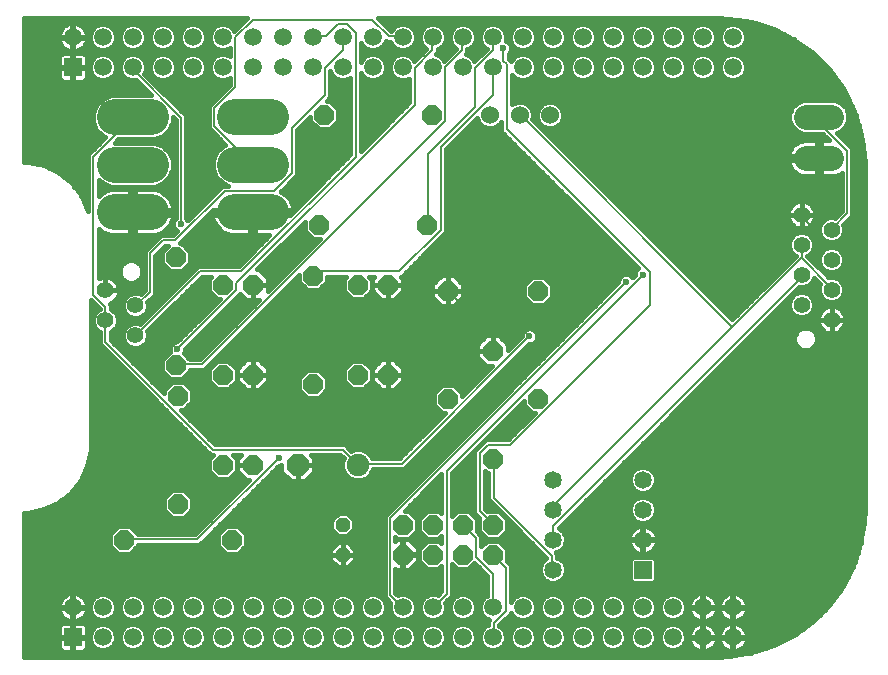
<source format=gbl>
G75*
%MOIN*%
%OFA0B0*%
%FSLAX24Y24*%
%IPPOS*%
%LPD*%
%AMOC8*
5,1,8,0,0,1.08239X$1,22.5*
%
%ADD10R,0.0591X0.0591*%
%ADD11C,0.0591*%
%ADD12R,0.0585X0.0585*%
%ADD13C,0.0585*%
%ADD14OC8,0.0660*%
%ADD15C,0.0750*%
%ADD16OC8,0.0750*%
%ADD17OC8,0.0480*%
%ADD18C,0.1185*%
%ADD19C,0.0560*%
%ADD20C,0.0600*%
%ADD21C,0.0840*%
%ADD22C,0.0079*%
%ADD23C,0.0160*%
%ADD24C,0.0236*%
D10*
X010003Y003607D03*
X010003Y022607D03*
D11*
X011003Y022607D03*
X012003Y022607D03*
X013003Y022607D03*
X014003Y022607D03*
X015003Y022607D03*
X016003Y022607D03*
X017003Y022607D03*
X018003Y022607D03*
X019003Y022607D03*
X020003Y022607D03*
X021003Y022607D03*
X022003Y022607D03*
X023003Y022607D03*
X024003Y022607D03*
X025003Y022607D03*
X026003Y022607D03*
X027003Y022607D03*
X028003Y022607D03*
X029003Y022607D03*
X030003Y022607D03*
X031003Y022607D03*
X032003Y022607D03*
X032003Y023607D03*
X031003Y023607D03*
X030003Y023607D03*
X029003Y023607D03*
X028003Y023607D03*
X027003Y023607D03*
X026003Y023607D03*
X025003Y023607D03*
X024003Y023607D03*
X023003Y023607D03*
X022003Y023607D03*
X021003Y023607D03*
X020003Y023607D03*
X019003Y023607D03*
X018003Y023607D03*
X017003Y023607D03*
X016003Y023607D03*
X015003Y023607D03*
X014003Y023607D03*
X013003Y023607D03*
X012003Y023607D03*
X011003Y023607D03*
X010003Y023607D03*
X010003Y004607D03*
X011003Y004607D03*
X012003Y004607D03*
X013003Y004607D03*
X014003Y004607D03*
X015003Y004607D03*
X016003Y004607D03*
X017003Y004607D03*
X018003Y004607D03*
X019003Y004607D03*
X020003Y004607D03*
X021003Y004607D03*
X022003Y004607D03*
X023003Y004607D03*
X024003Y004607D03*
X025003Y004607D03*
X026003Y004607D03*
X027003Y004607D03*
X028003Y004607D03*
X029003Y004607D03*
X030003Y004607D03*
X031003Y004607D03*
X032003Y004607D03*
X032003Y003607D03*
X031003Y003607D03*
X030003Y003607D03*
X029003Y003607D03*
X028003Y003607D03*
X027003Y003607D03*
X026003Y003607D03*
X025003Y003607D03*
X024003Y003607D03*
X023003Y003607D03*
X022003Y003607D03*
X021003Y003607D03*
X020003Y003607D03*
X019003Y003607D03*
X018003Y003607D03*
X017003Y003607D03*
X016003Y003607D03*
X015003Y003607D03*
X014003Y003607D03*
X013003Y003607D03*
X012003Y003607D03*
X011003Y003607D03*
D12*
X029003Y005857D03*
D13*
X029003Y006857D03*
X029003Y007857D03*
X029003Y008857D03*
X026003Y008857D03*
X026003Y007857D03*
X026003Y006857D03*
X026003Y005857D03*
D14*
X024003Y006357D03*
X023003Y006357D03*
X023003Y007357D03*
X024003Y007357D03*
X022003Y007357D03*
X021003Y007357D03*
X021003Y006357D03*
X022003Y006357D03*
X024003Y009557D03*
X025503Y011557D03*
X024003Y013157D03*
X022503Y011557D03*
X020503Y012357D03*
X019503Y012357D03*
X018003Y012057D03*
X016003Y012357D03*
X015003Y012357D03*
X013444Y012671D03*
X013503Y011657D03*
X015003Y009357D03*
X016003Y009357D03*
X013503Y008057D03*
X011703Y006857D03*
X015303Y006857D03*
X015003Y015357D03*
X016003Y015357D03*
X018003Y015657D03*
X019503Y015357D03*
X020503Y015357D03*
X022503Y015157D03*
X021803Y017357D03*
X018203Y017357D03*
X013444Y016271D03*
X018388Y021011D03*
X021988Y021011D03*
X025503Y015157D03*
D15*
X019503Y009357D03*
D16*
X017503Y009357D03*
D17*
X019003Y007357D03*
X019003Y006357D03*
D18*
X016595Y017777D02*
X015410Y017777D01*
X015410Y019357D02*
X016595Y019357D01*
X016595Y020937D02*
X015410Y020937D01*
X012595Y020937D02*
X011410Y020937D01*
X011410Y019357D02*
X012595Y019357D01*
X012595Y017777D02*
X011410Y017777D01*
D19*
X011086Y015168D03*
X012086Y014668D03*
X011086Y014168D03*
X012086Y013668D03*
X034294Y014692D03*
X035294Y015192D03*
X035294Y016192D03*
X034294Y016692D03*
X034294Y015692D03*
X035294Y017192D03*
X034294Y017692D03*
X035294Y014192D03*
D20*
X025908Y021015D03*
X024908Y021015D03*
X023908Y021015D03*
D21*
X034449Y020956D02*
X035289Y020956D01*
X035289Y019578D02*
X034449Y019578D01*
D22*
X034904Y020731D02*
X035810Y019826D01*
X035810Y017739D01*
X035298Y017227D01*
X035294Y017192D01*
X035259Y016794D02*
X035141Y016794D01*
X034274Y017660D01*
X034294Y017692D01*
X034294Y016692D02*
X034314Y016676D01*
X034314Y016282D01*
X031991Y013960D01*
X024944Y021007D01*
X024908Y021015D01*
X024471Y020534D02*
X029235Y015771D01*
X029235Y014668D01*
X024589Y010023D01*
X023841Y010023D01*
X023566Y009747D01*
X023566Y007818D01*
X023999Y007385D01*
X024003Y007357D01*
X023448Y006912D02*
X023003Y007357D01*
X023448Y006912D02*
X023448Y006282D01*
X023999Y005731D01*
X023999Y004629D01*
X024003Y004607D01*
X024432Y004471D02*
X024038Y004078D01*
X024038Y003645D01*
X024003Y003607D01*
X024432Y004471D02*
X024432Y005928D01*
X024003Y006357D01*
X024038Y008251D02*
X025967Y006322D01*
X025967Y005889D01*
X026003Y005857D01*
X026003Y006857D02*
X026007Y006873D01*
X026007Y007306D01*
X034274Y015574D01*
X034274Y015692D01*
X034294Y015692D01*
X034314Y016243D02*
X035259Y015298D01*
X035259Y015219D01*
X035294Y015192D01*
X035692Y015023D02*
X035692Y016361D01*
X035259Y016794D01*
X034314Y016282D02*
X034314Y016243D01*
X035692Y015023D02*
X035298Y014629D01*
X035298Y014196D01*
X035294Y014192D01*
X031991Y013960D02*
X026007Y007975D01*
X026007Y007857D01*
X026003Y007857D01*
X024038Y008251D02*
X024038Y009550D01*
X024003Y009557D01*
X022463Y009156D02*
X022463Y005062D01*
X022030Y004629D01*
X022003Y004607D01*
X021003Y004607D02*
X020967Y004629D01*
X020574Y005023D01*
X020574Y007582D01*
X028448Y015456D01*
X028999Y015692D02*
X022463Y009156D01*
X020967Y009393D02*
X019511Y009393D01*
X019503Y009357D01*
X019471Y009393D01*
X018999Y009865D01*
X014668Y009865D01*
X011086Y013448D01*
X011086Y014168D01*
X011086Y014629D01*
X010692Y015023D01*
X010692Y019629D01*
X011991Y020928D01*
X012003Y020937D01*
X012030Y022503D02*
X013605Y020928D01*
X013605Y017385D01*
X013413Y016834D02*
X015067Y018487D01*
X016715Y018487D01*
X017306Y019078D01*
X017306Y020574D01*
X018408Y021676D01*
X018408Y022582D01*
X018999Y023172D01*
X018999Y023605D01*
X019003Y023607D01*
X019432Y023763D02*
X019432Y019629D01*
X015613Y015810D01*
X014235Y015810D01*
X012109Y013684D01*
X012086Y013668D01*
X013487Y013211D02*
X015456Y015180D01*
X015456Y015416D01*
X021400Y021361D01*
X021400Y022582D01*
X021991Y023172D01*
X021991Y023605D01*
X022003Y023607D01*
X021003Y023607D02*
X020967Y023645D01*
X020534Y023645D01*
X019983Y024196D01*
X016007Y024196D01*
X015416Y023605D01*
X015416Y021952D01*
X014708Y021243D01*
X014708Y020652D01*
X016003Y019357D01*
X013413Y016834D02*
X013015Y016834D01*
X012582Y016400D01*
X012582Y015101D01*
X012109Y014668D01*
X012086Y014668D01*
X013448Y012700D02*
X013444Y012671D01*
X013448Y012700D02*
X014314Y012700D01*
X022424Y020810D01*
X022424Y022621D01*
X022975Y023172D01*
X022975Y023605D01*
X023003Y023607D01*
X023999Y023605D02*
X023999Y023172D01*
X023408Y022582D01*
X023408Y021282D01*
X021834Y019708D01*
X021834Y017385D01*
X021803Y017357D01*
X022267Y017188D02*
X020889Y015810D01*
X018133Y015810D01*
X018015Y015692D01*
X018003Y015657D01*
X022267Y017188D02*
X022267Y019944D01*
X023999Y021676D01*
X023999Y022582D01*
X024003Y022607D01*
X024353Y022818D02*
X024471Y022700D01*
X024471Y020534D01*
X024353Y022818D02*
X024353Y023251D01*
X024003Y023607D02*
X023999Y023605D01*
X019432Y023763D02*
X019156Y024038D01*
X018841Y024038D01*
X018448Y023645D01*
X018015Y023645D01*
X018003Y023607D01*
X012030Y022582D02*
X012030Y022503D01*
X012030Y022582D02*
X012003Y022607D01*
X022503Y015157D02*
X022503Y015141D01*
X023999Y013645D01*
X023999Y013172D01*
X024003Y013157D01*
X025219Y013645D02*
X020967Y009393D01*
X016873Y009589D02*
X014156Y006873D01*
X011715Y006873D01*
X011703Y006857D01*
X034904Y020731D02*
X034904Y020928D01*
X034869Y020956D01*
D23*
X008362Y007748D02*
X008362Y002966D01*
X031503Y002966D01*
X031887Y002981D01*
X032645Y003101D01*
X033375Y003338D01*
X034058Y003687D01*
X034679Y004138D01*
X035222Y004681D01*
X035673Y005302D01*
X036022Y005985D01*
X036259Y006715D01*
X036379Y007473D01*
X036394Y007857D01*
X036394Y019357D01*
X036379Y019741D01*
X036259Y020499D01*
X036022Y021229D01*
X035673Y021913D01*
X035222Y022534D01*
X034679Y023076D01*
X034058Y023527D01*
X033375Y023876D01*
X032645Y024113D01*
X031887Y024233D01*
X031503Y024248D01*
X020183Y024248D01*
X020608Y023823D01*
X020622Y023823D01*
X020635Y023853D01*
X020757Y023975D01*
X020916Y024041D01*
X021089Y024041D01*
X021249Y023975D01*
X021371Y023853D01*
X021437Y023694D01*
X021437Y023521D01*
X021371Y023361D01*
X021249Y023239D01*
X021089Y023173D01*
X020916Y023173D01*
X020757Y023239D01*
X020635Y023361D01*
X020591Y023466D01*
X020460Y023466D01*
X020428Y023499D01*
X020371Y023361D01*
X020249Y023239D01*
X020089Y023173D01*
X019916Y023173D01*
X019757Y023239D01*
X019635Y023361D01*
X019610Y023420D01*
X019610Y022795D01*
X019635Y022853D01*
X019757Y022975D01*
X019916Y023041D01*
X020089Y023041D01*
X020249Y022975D01*
X020371Y022853D01*
X020437Y022694D01*
X020437Y022521D01*
X020371Y022361D01*
X020249Y022239D01*
X020089Y022173D01*
X019916Y022173D01*
X019757Y022239D01*
X019635Y022361D01*
X019610Y022420D01*
X019610Y019823D01*
X021222Y021435D01*
X021222Y022228D01*
X021089Y022173D01*
X020916Y022173D01*
X020757Y022239D01*
X020635Y022361D01*
X020569Y022521D01*
X020569Y022694D01*
X020635Y022853D01*
X020757Y022975D01*
X020916Y023041D01*
X021089Y023041D01*
X021249Y022975D01*
X021371Y022853D01*
X021385Y022819D01*
X021791Y023225D01*
X021215Y023225D01*
X021380Y023383D02*
X021625Y023383D01*
X021635Y023361D02*
X021757Y023239D01*
X021791Y023225D01*
X021635Y023361D02*
X021569Y023521D01*
X021569Y023694D01*
X021635Y023853D01*
X021757Y023975D01*
X021916Y024041D01*
X022089Y024041D01*
X022249Y023975D01*
X022371Y023853D01*
X022437Y023694D01*
X022437Y023521D01*
X022371Y023361D01*
X022249Y023239D01*
X022169Y023206D01*
X022169Y023098D01*
X022106Y023035D01*
X022249Y022975D01*
X022371Y022853D01*
X022381Y022830D01*
X022780Y023229D01*
X022757Y023239D01*
X022635Y023361D01*
X022569Y023521D01*
X022569Y023694D01*
X022635Y023853D01*
X022757Y023975D01*
X022916Y024041D01*
X023089Y024041D01*
X023249Y023975D01*
X023371Y023853D01*
X023437Y023694D01*
X023437Y023521D01*
X023371Y023361D01*
X023249Y023239D01*
X023154Y023200D01*
X023154Y023098D01*
X023095Y023039D01*
X023249Y022975D01*
X023371Y022853D01*
X023388Y022813D01*
X023797Y023222D01*
X023757Y023239D01*
X023635Y023361D01*
X023569Y023521D01*
X023569Y023694D01*
X023635Y023853D01*
X023757Y023975D01*
X023916Y024041D01*
X024089Y024041D01*
X024249Y023975D01*
X024371Y023853D01*
X024437Y023694D01*
X024437Y023521D01*
X024428Y023498D01*
X024499Y023469D01*
X024571Y023397D01*
X024610Y023302D01*
X024610Y023200D01*
X024571Y023105D01*
X024532Y023066D01*
X024532Y022892D01*
X024545Y022878D01*
X024616Y022808D01*
X024635Y022853D01*
X024757Y022975D01*
X024916Y023041D01*
X025089Y023041D01*
X025249Y022975D01*
X025371Y022853D01*
X025437Y022694D01*
X025437Y022521D01*
X025371Y022361D01*
X025249Y022239D01*
X025089Y022173D01*
X024916Y022173D01*
X024757Y022239D01*
X024650Y022346D01*
X024650Y021377D01*
X024660Y021387D01*
X024821Y021454D01*
X024996Y021454D01*
X025157Y021387D01*
X025281Y021263D01*
X025347Y021102D01*
X025347Y020927D01*
X025326Y020877D01*
X031991Y014212D01*
X034098Y016319D01*
X034057Y016337D01*
X033939Y016454D01*
X033875Y016608D01*
X033875Y016775D01*
X033939Y016929D01*
X034057Y017047D01*
X034211Y017111D01*
X034378Y017111D01*
X034532Y017047D01*
X034649Y016929D01*
X034713Y016775D01*
X034713Y016608D01*
X034649Y016454D01*
X034532Y016337D01*
X034492Y016320D01*
X034492Y016317D01*
X035202Y015607D01*
X035211Y015611D01*
X035378Y015611D01*
X035532Y015547D01*
X035649Y015429D01*
X035713Y015275D01*
X035713Y015108D01*
X035649Y014954D01*
X035532Y014837D01*
X035378Y014773D01*
X035211Y014773D01*
X035057Y014837D01*
X034939Y014954D01*
X034875Y015108D01*
X034875Y015275D01*
X034920Y015384D01*
X034708Y015596D01*
X034649Y015454D01*
X034532Y015337D01*
X034378Y015273D01*
X034226Y015273D01*
X026197Y007244D01*
X026247Y007223D01*
X026369Y007102D01*
X026434Y006943D01*
X026434Y006771D01*
X026369Y006613D01*
X026247Y006491D01*
X026108Y006434D01*
X026146Y006396D01*
X026146Y006265D01*
X026247Y006223D01*
X026369Y006102D01*
X026434Y005943D01*
X026434Y005771D01*
X026369Y005613D01*
X026247Y005491D01*
X026089Y005426D01*
X025917Y005426D01*
X025758Y005491D01*
X025637Y005613D01*
X025571Y005771D01*
X025571Y005943D01*
X025637Y006102D01*
X025758Y006223D01*
X025789Y006236D01*
X025789Y006248D01*
X023964Y008072D01*
X023860Y008177D01*
X023860Y009088D01*
X023809Y009088D01*
X023744Y009152D01*
X023744Y007892D01*
X023810Y007826D01*
X024197Y007826D01*
X024472Y007551D01*
X024472Y007163D01*
X024197Y006888D01*
X023809Y006888D01*
X023534Y007163D01*
X023534Y007551D01*
X023557Y007574D01*
X023387Y007744D01*
X023387Y009821D01*
X023492Y009925D01*
X023768Y010201D01*
X024516Y010201D01*
X025403Y011088D01*
X025309Y011088D01*
X025034Y011363D01*
X025034Y011474D01*
X022642Y009082D01*
X022642Y007660D01*
X022809Y007826D01*
X023197Y007826D01*
X023472Y007551D01*
X023472Y007163D01*
X023461Y007152D01*
X023626Y006986D01*
X023626Y006644D01*
X023809Y006826D01*
X024197Y006826D01*
X024472Y006551D01*
X024472Y006163D01*
X024461Y006152D01*
X024610Y006002D01*
X024610Y004795D01*
X024635Y004853D01*
X024757Y004975D01*
X024916Y005041D01*
X025089Y005041D01*
X025249Y004975D01*
X025371Y004853D01*
X025437Y004694D01*
X025437Y004521D01*
X025371Y004361D01*
X025249Y004239D01*
X025089Y004173D01*
X024916Y004173D01*
X024757Y004239D01*
X024635Y004361D01*
X024610Y004420D01*
X024610Y004397D01*
X024506Y004293D01*
X024217Y004004D01*
X024217Y003989D01*
X024249Y003975D01*
X024371Y003853D01*
X024437Y003694D01*
X024437Y003521D01*
X024371Y003361D01*
X024249Y003239D01*
X024089Y003173D01*
X023916Y003173D01*
X023757Y003239D01*
X023635Y003361D01*
X023569Y003521D01*
X023569Y003694D01*
X023635Y003853D01*
X023757Y003975D01*
X023860Y004018D01*
X023860Y004152D01*
X023891Y004183D01*
X023757Y004239D01*
X023635Y004361D01*
X023569Y004521D01*
X023569Y004694D01*
X023635Y004853D01*
X023757Y004975D01*
X023820Y005002D01*
X023820Y005657D01*
X023393Y006084D01*
X023197Y005888D01*
X022809Y005888D01*
X022642Y006055D01*
X022642Y004988D01*
X022411Y004757D01*
X022437Y004694D01*
X022437Y004521D01*
X022371Y004361D01*
X022249Y004239D01*
X022089Y004173D01*
X021916Y004173D01*
X021757Y004239D01*
X021635Y004361D01*
X021569Y004521D01*
X021569Y004694D01*
X021635Y004853D01*
X021757Y004975D01*
X021916Y005041D01*
X022089Y005041D01*
X022161Y005012D01*
X022285Y005136D01*
X022285Y005976D01*
X022197Y005888D01*
X021809Y005888D01*
X021534Y006163D01*
X021534Y006551D01*
X021809Y006826D01*
X022197Y006826D01*
X022285Y006738D01*
X022285Y006976D01*
X022197Y006888D01*
X021809Y006888D01*
X021534Y007163D01*
X021534Y007551D01*
X021809Y007826D01*
X022197Y007826D01*
X022285Y007738D01*
X022285Y009041D01*
X021071Y007826D01*
X021197Y007826D01*
X021472Y007551D01*
X021472Y007163D01*
X021197Y006888D01*
X020809Y006888D01*
X020752Y006945D01*
X020752Y006828D01*
X020792Y006867D01*
X020983Y006867D01*
X020983Y006377D01*
X021023Y006377D01*
X021513Y006377D01*
X021513Y006568D01*
X021214Y006867D01*
X021023Y006867D01*
X021023Y006377D01*
X021023Y006337D01*
X021513Y006337D01*
X021513Y006146D01*
X021214Y005847D01*
X021023Y005847D01*
X021023Y006337D01*
X020983Y006337D01*
X020983Y005847D01*
X020792Y005847D01*
X020752Y005887D01*
X020752Y005096D01*
X020839Y005009D01*
X020916Y005041D01*
X021089Y005041D01*
X021249Y004975D01*
X021371Y004853D01*
X021437Y004694D01*
X021437Y004521D01*
X021371Y004361D01*
X021249Y004239D01*
X021089Y004173D01*
X020916Y004173D01*
X020757Y004239D01*
X020635Y004361D01*
X020569Y004521D01*
X020569Y004694D01*
X020592Y004751D01*
X020395Y004949D01*
X020395Y007655D01*
X020500Y007760D01*
X028191Y015451D01*
X028191Y015507D01*
X028230Y015601D01*
X028302Y015674D01*
X028397Y015713D01*
X028499Y015713D01*
X028593Y015674D01*
X028661Y015606D01*
X028742Y015687D01*
X028742Y015743D01*
X028781Y015837D01*
X028848Y015905D01*
X024293Y020460D01*
X024293Y020796D01*
X024281Y020766D01*
X024157Y020642D01*
X023996Y020576D01*
X023821Y020576D01*
X023660Y020642D01*
X023536Y020766D01*
X023479Y020904D01*
X022445Y019870D01*
X022445Y017114D01*
X020963Y015631D01*
X020950Y015631D01*
X021013Y015568D01*
X021013Y015357D01*
X020503Y015357D01*
X020503Y015357D01*
X020503Y014847D01*
X020714Y014847D01*
X021013Y015146D01*
X021013Y015357D01*
X020503Y015357D01*
X020503Y015357D01*
X020503Y014847D01*
X020292Y014847D01*
X019993Y015146D01*
X019993Y015357D01*
X020503Y015357D01*
X020503Y015357D01*
X019993Y015357D01*
X019993Y015568D01*
X020056Y015631D01*
X019892Y015631D01*
X019972Y015551D01*
X019972Y015163D01*
X019697Y014888D01*
X019309Y014888D01*
X019034Y015163D01*
X019034Y015551D01*
X019114Y015631D01*
X018472Y015631D01*
X018472Y015463D01*
X018197Y015188D01*
X017809Y015188D01*
X017534Y015463D01*
X017534Y015667D01*
X014492Y012626D01*
X014388Y012521D01*
X013913Y012521D01*
X013913Y012477D01*
X013638Y012202D01*
X013249Y012202D01*
X012975Y012477D01*
X012975Y012866D01*
X013241Y013132D01*
X013230Y013160D01*
X013230Y013263D01*
X013269Y013357D01*
X013341Y013430D01*
X013436Y013469D01*
X013492Y013469D01*
X014911Y014888D01*
X014809Y014888D01*
X014534Y015163D01*
X014534Y015551D01*
X014614Y015631D01*
X014309Y015631D01*
X012482Y013805D01*
X012505Y013752D01*
X012505Y013585D01*
X012441Y013431D01*
X012323Y013313D01*
X012169Y013249D01*
X012002Y013249D01*
X011848Y013313D01*
X011730Y013431D01*
X011666Y013585D01*
X011666Y013752D01*
X011730Y013906D01*
X011848Y014023D01*
X012002Y014087D01*
X012169Y014087D01*
X012233Y014061D01*
X014161Y015988D01*
X015539Y015988D01*
X016555Y017005D01*
X016083Y017005D01*
X016083Y017697D01*
X017248Y017697D01*
X019254Y019703D01*
X019254Y022244D01*
X019249Y022239D01*
X019089Y022173D01*
X018916Y022173D01*
X018757Y022239D01*
X018635Y022361D01*
X018587Y022477D01*
X018587Y021602D01*
X018464Y021480D01*
X018582Y021480D01*
X018857Y021205D01*
X018857Y020816D01*
X018582Y020542D01*
X018194Y020542D01*
X017919Y020816D01*
X017919Y020934D01*
X017484Y020500D01*
X017484Y019004D01*
X016947Y018466D01*
X017025Y018421D01*
X017106Y018359D01*
X017177Y018288D01*
X017239Y018207D01*
X017290Y018120D01*
X017328Y018026D01*
X017355Y017928D01*
X017364Y017857D01*
X016083Y017857D01*
X016083Y017697D01*
X015923Y017697D01*
X015923Y017005D01*
X015360Y017005D01*
X015259Y017018D01*
X015161Y017044D01*
X015068Y017083D01*
X014980Y017133D01*
X014900Y017195D01*
X014828Y017267D01*
X014767Y017347D01*
X014716Y017435D01*
X014677Y017528D01*
X014651Y017626D01*
X014642Y017697D01*
X015923Y017697D01*
X015923Y017857D01*
X014689Y017857D01*
X013572Y016740D01*
X013638Y016740D01*
X013913Y016466D01*
X013913Y016077D01*
X013638Y015802D01*
X013249Y015802D01*
X012975Y016077D01*
X012975Y016466D01*
X013164Y016655D01*
X013089Y016655D01*
X012760Y016327D01*
X012760Y015171D01*
X012763Y015167D01*
X012760Y015097D01*
X012760Y015027D01*
X012757Y015024D01*
X012757Y015020D01*
X012705Y014972D01*
X012655Y014923D01*
X012651Y014923D01*
X012493Y014778D01*
X012505Y014752D01*
X012505Y014585D01*
X012441Y014431D01*
X012323Y014313D01*
X012169Y014249D01*
X012002Y014249D01*
X011848Y014313D01*
X011730Y014431D01*
X011666Y014585D01*
X011666Y014752D01*
X011730Y014906D01*
X011848Y015023D01*
X012002Y015087D01*
X012169Y015087D01*
X012261Y015049D01*
X012403Y015180D01*
X012403Y016474D01*
X012508Y016579D01*
X012836Y016907D01*
X012941Y017012D01*
X013339Y017012D01*
X013484Y017157D01*
X013460Y017167D01*
X013387Y017239D01*
X013348Y017334D01*
X013348Y017436D01*
X013387Y017530D01*
X013427Y017570D01*
X013427Y020854D01*
X013327Y020954D01*
X013327Y020792D01*
X013216Y020523D01*
X013010Y020317D01*
X012741Y020206D01*
X011521Y020206D01*
X011404Y020089D01*
X012741Y020089D01*
X013010Y019977D01*
X013216Y019772D01*
X013327Y019503D01*
X013327Y019212D01*
X013216Y018943D01*
X013010Y018737D01*
X012741Y018626D01*
X011265Y018626D01*
X010996Y018737D01*
X010870Y018863D01*
X010870Y018330D01*
X010900Y018359D01*
X010980Y018421D01*
X011068Y018471D01*
X011161Y018510D01*
X011259Y018536D01*
X011360Y018550D01*
X011923Y018550D01*
X011923Y017857D01*
X012083Y017857D01*
X013364Y017857D01*
X013355Y017928D01*
X013328Y018026D01*
X013290Y018120D01*
X013239Y018207D01*
X013177Y018288D01*
X013106Y018359D01*
X013025Y018421D01*
X012938Y018471D01*
X012844Y018510D01*
X012746Y018536D01*
X012646Y018550D01*
X012083Y018550D01*
X012083Y017857D01*
X012083Y017697D01*
X013364Y017697D01*
X013355Y017626D01*
X013328Y017528D01*
X013290Y017435D01*
X013239Y017347D01*
X013177Y017267D01*
X013106Y017195D01*
X013025Y017133D01*
X012938Y017083D01*
X012844Y017044D01*
X012746Y017018D01*
X012646Y017005D01*
X012083Y017005D01*
X012083Y017697D01*
X011923Y017697D01*
X011923Y017005D01*
X011360Y017005D01*
X011259Y017018D01*
X011161Y017044D01*
X011068Y017083D01*
X010980Y017133D01*
X010900Y017195D01*
X010870Y017225D01*
X010870Y015575D01*
X010909Y015594D01*
X010978Y015617D01*
X011049Y015628D01*
X011086Y015628D01*
X011086Y015168D01*
X011086Y015168D01*
X011546Y015168D01*
X011546Y015132D01*
X011534Y015060D01*
X011512Y014992D01*
X011479Y014927D01*
X011436Y014869D01*
X011385Y014817D01*
X011327Y014775D01*
X011262Y014742D01*
X011234Y014733D01*
X011264Y014703D01*
X011264Y014548D01*
X011323Y014523D01*
X011441Y014406D01*
X011505Y014252D01*
X011505Y014085D01*
X011441Y013931D01*
X011323Y013813D01*
X011264Y013789D01*
X011264Y013522D01*
X013034Y011752D01*
X013034Y011851D01*
X013309Y012126D01*
X013697Y012126D01*
X013972Y011851D01*
X013972Y011463D01*
X013697Y011188D01*
X013597Y011188D01*
X014742Y010043D01*
X019073Y010043D01*
X019291Y009826D01*
X019401Y009871D01*
X019605Y009871D01*
X019794Y009793D01*
X019939Y009648D01*
X019971Y009571D01*
X020893Y009571D01*
X022411Y011088D01*
X022309Y011088D01*
X022034Y011363D01*
X022034Y011751D01*
X022309Y012026D01*
X022697Y012026D01*
X022972Y011751D01*
X022972Y011649D01*
X023970Y012647D01*
X023792Y012647D01*
X023493Y012946D01*
X023493Y013157D01*
X024003Y013157D01*
X024003Y013157D01*
X024003Y013157D01*
X024003Y013667D01*
X024214Y013667D01*
X024513Y013368D01*
X024513Y013190D01*
X024962Y013640D01*
X024962Y013696D01*
X025001Y013790D01*
X025074Y013863D01*
X025168Y013902D01*
X025271Y013902D01*
X025365Y013863D01*
X025437Y013790D01*
X025477Y013696D01*
X025477Y013593D01*
X025437Y013499D01*
X025365Y013427D01*
X025271Y013387D01*
X025215Y013387D01*
X021146Y009319D01*
X021041Y009214D01*
X020000Y009214D01*
X019939Y009066D01*
X019794Y008921D01*
X019605Y008843D01*
X019401Y008843D01*
X019212Y008921D01*
X019067Y009066D01*
X018989Y009255D01*
X018989Y009459D01*
X019037Y009575D01*
X018925Y009687D01*
X017958Y009687D01*
X018058Y009587D01*
X018058Y009357D01*
X017503Y009357D01*
X017503Y009357D01*
X017503Y008802D01*
X017733Y008802D01*
X018058Y009127D01*
X018058Y009357D01*
X017503Y009357D01*
X017503Y009357D01*
X017503Y008802D01*
X017273Y008802D01*
X016948Y009127D01*
X016948Y009342D01*
X016924Y009332D01*
X016868Y009332D01*
X014335Y006799D01*
X014335Y006799D01*
X014230Y006694D01*
X012172Y006694D01*
X012172Y006663D01*
X011897Y006388D01*
X011509Y006388D01*
X011234Y006663D01*
X011234Y007051D01*
X011509Y007326D01*
X011897Y007326D01*
X012172Y007051D01*
X012172Y007051D01*
X014082Y007051D01*
X015878Y008847D01*
X015792Y008847D01*
X015493Y009146D01*
X015493Y009357D01*
X016003Y009357D01*
X016003Y009357D01*
X015493Y009357D01*
X015493Y009568D01*
X015611Y009687D01*
X015337Y009687D01*
X015472Y009551D01*
X015472Y009163D01*
X015197Y008888D01*
X014809Y008888D01*
X014534Y009163D01*
X014534Y009551D01*
X014669Y009687D01*
X014594Y009687D01*
X014490Y009791D01*
X010907Y013374D01*
X010907Y013789D01*
X010848Y013813D01*
X010730Y013931D01*
X010666Y014085D01*
X010666Y014252D01*
X010730Y014406D01*
X010848Y014523D01*
X010907Y014548D01*
X010907Y014555D01*
X010618Y014844D01*
X010612Y014850D01*
X010612Y009841D01*
X010493Y009323D01*
X010493Y009323D01*
X010263Y008844D01*
X010263Y008844D01*
X009931Y008429D01*
X009931Y008429D01*
X009931Y008429D01*
X009516Y008097D01*
X009516Y008097D01*
X009037Y007867D01*
X009037Y007867D01*
X008519Y007748D01*
X008362Y007748D01*
X008362Y007692D02*
X013205Y007692D01*
X013309Y007588D02*
X013697Y007588D01*
X013972Y007863D01*
X013972Y008251D01*
X013697Y008526D01*
X013309Y008526D01*
X013034Y008251D01*
X013034Y007863D01*
X013309Y007588D01*
X013046Y007850D02*
X008966Y007850D01*
X009333Y008009D02*
X013034Y008009D01*
X013034Y008167D02*
X009604Y008167D01*
X009803Y008326D02*
X013108Y008326D01*
X013267Y008484D02*
X009976Y008484D01*
X010102Y008643D02*
X015674Y008643D01*
X015516Y008484D02*
X013739Y008484D01*
X013897Y008326D02*
X015357Y008326D01*
X015199Y008167D02*
X013972Y008167D01*
X013972Y008009D02*
X015040Y008009D01*
X014882Y007850D02*
X013959Y007850D01*
X013801Y007692D02*
X014723Y007692D01*
X014565Y007533D02*
X008362Y007533D01*
X008362Y007375D02*
X014406Y007375D01*
X014248Y007216D02*
X012007Y007216D01*
X012165Y007058D02*
X014089Y007058D01*
X014277Y006741D02*
X014834Y006741D01*
X014834Y006663D02*
X015109Y006388D01*
X015497Y006388D01*
X015772Y006663D01*
X015772Y007051D01*
X015497Y007326D01*
X015109Y007326D01*
X014834Y007051D01*
X014834Y006663D01*
X014914Y006582D02*
X012091Y006582D01*
X011933Y006424D02*
X015073Y006424D01*
X015533Y006424D02*
X018583Y006424D01*
X018583Y006357D02*
X019003Y006357D01*
X019003Y006357D01*
X019423Y006357D01*
X019423Y006183D01*
X019177Y005937D01*
X019003Y005937D01*
X019003Y006357D01*
X019003Y006357D01*
X019423Y006357D01*
X019423Y006531D01*
X019177Y006777D01*
X019003Y006777D01*
X019003Y006357D01*
X019003Y005937D01*
X018829Y005937D01*
X018583Y006183D01*
X018583Y006357D01*
X019003Y006357D01*
X019003Y006357D01*
X019003Y006357D01*
X019003Y006777D01*
X018829Y006777D01*
X018583Y006531D01*
X018583Y006357D01*
X018583Y006265D02*
X008362Y006265D01*
X008362Y006107D02*
X018659Y006107D01*
X018818Y005948D02*
X008362Y005948D01*
X008362Y005790D02*
X020395Y005790D01*
X020395Y005948D02*
X019188Y005948D01*
X019003Y005948D02*
X019003Y005948D01*
X019003Y006107D02*
X019003Y006107D01*
X019003Y006265D02*
X019003Y006265D01*
X019003Y006424D02*
X019003Y006424D01*
X019003Y006582D02*
X019003Y006582D01*
X019003Y006741D02*
X019003Y006741D01*
X019213Y006741D02*
X020395Y006741D01*
X020395Y006899D02*
X015772Y006899D01*
X015772Y006741D02*
X018793Y006741D01*
X018634Y006582D02*
X015691Y006582D01*
X015765Y007058D02*
X018766Y007058D01*
X018846Y006978D02*
X018624Y007200D01*
X018624Y007514D01*
X018846Y007736D01*
X019160Y007736D01*
X019382Y007514D01*
X019382Y007200D01*
X019160Y006978D01*
X018846Y006978D01*
X018624Y007216D02*
X015607Y007216D01*
X015228Y007692D02*
X018802Y007692D01*
X018643Y007533D02*
X015069Y007533D01*
X014911Y007375D02*
X018624Y007375D01*
X019204Y007692D02*
X020432Y007692D01*
X020395Y007533D02*
X019363Y007533D01*
X019382Y007375D02*
X020395Y007375D01*
X020395Y007216D02*
X019382Y007216D01*
X019240Y007058D02*
X020395Y007058D01*
X020752Y006899D02*
X020797Y006899D01*
X020983Y006741D02*
X021023Y006741D01*
X021023Y006582D02*
X020983Y006582D01*
X020983Y006424D02*
X021023Y006424D01*
X021023Y006265D02*
X020983Y006265D01*
X020983Y006107D02*
X021023Y006107D01*
X021023Y005948D02*
X020983Y005948D01*
X020752Y005790D02*
X022285Y005790D01*
X022285Y005948D02*
X022257Y005948D01*
X022285Y005631D02*
X020752Y005631D01*
X020752Y005473D02*
X022285Y005473D01*
X022285Y005314D02*
X020752Y005314D01*
X020752Y005156D02*
X022285Y005156D01*
X022642Y005156D02*
X023820Y005156D01*
X023820Y005314D02*
X022642Y005314D01*
X022642Y005473D02*
X023820Y005473D01*
X023820Y005631D02*
X022642Y005631D01*
X022642Y005790D02*
X023688Y005790D01*
X023529Y005948D02*
X023257Y005948D01*
X022748Y005948D02*
X022642Y005948D01*
X021748Y005948D02*
X021315Y005948D01*
X021474Y006107D02*
X021590Y006107D01*
X021534Y006265D02*
X021513Y006265D01*
X021513Y006424D02*
X021534Y006424D01*
X021499Y006582D02*
X021565Y006582D01*
X021723Y006741D02*
X021340Y006741D01*
X021208Y006899D02*
X021797Y006899D01*
X021639Y007058D02*
X021367Y007058D01*
X021472Y007216D02*
X021534Y007216D01*
X021534Y007375D02*
X021472Y007375D01*
X021472Y007533D02*
X021534Y007533D01*
X021674Y007692D02*
X021331Y007692D01*
X021095Y007850D02*
X022285Y007850D01*
X022285Y008009D02*
X021253Y008009D01*
X021412Y008167D02*
X022285Y008167D01*
X022285Y008326D02*
X021570Y008326D01*
X021729Y008484D02*
X022285Y008484D01*
X022285Y008643D02*
X021887Y008643D01*
X022046Y008801D02*
X022285Y008801D01*
X022285Y008960D02*
X022204Y008960D01*
X022017Y009277D02*
X021104Y009277D01*
X021263Y009435D02*
X022175Y009435D01*
X022334Y009594D02*
X021421Y009594D01*
X021580Y009752D02*
X022492Y009752D01*
X022651Y009911D02*
X021738Y009911D01*
X021897Y010069D02*
X022809Y010069D01*
X022968Y010228D02*
X022055Y010228D01*
X022214Y010386D02*
X023126Y010386D01*
X023285Y010545D02*
X022372Y010545D01*
X022531Y010703D02*
X023443Y010703D01*
X023602Y010862D02*
X022689Y010862D01*
X022848Y011020D02*
X023760Y011020D01*
X023919Y011179D02*
X023006Y011179D01*
X023165Y011337D02*
X024077Y011337D01*
X024236Y011496D02*
X023323Y011496D01*
X023482Y011654D02*
X024394Y011654D01*
X024553Y011813D02*
X023640Y011813D01*
X023799Y011971D02*
X024711Y011971D01*
X024870Y012130D02*
X023957Y012130D01*
X024116Y012288D02*
X025028Y012288D01*
X025187Y012447D02*
X024274Y012447D01*
X024433Y012605D02*
X025345Y012605D01*
X025504Y012764D02*
X024591Y012764D01*
X024750Y012922D02*
X025662Y012922D01*
X025821Y013081D02*
X024908Y013081D01*
X025067Y013239D02*
X025979Y013239D01*
X026138Y013398D02*
X025296Y013398D01*
X025461Y013556D02*
X026296Y013556D01*
X026455Y013715D02*
X025469Y013715D01*
X025339Y013873D02*
X026613Y013873D01*
X026772Y014032D02*
X015898Y014032D01*
X015740Y013873D02*
X025100Y013873D01*
X024970Y013715D02*
X015581Y013715D01*
X015423Y013556D02*
X023681Y013556D01*
X023792Y013667D02*
X023493Y013368D01*
X023493Y013157D01*
X024003Y013157D01*
X024003Y013667D01*
X023792Y013667D01*
X024003Y013556D02*
X024003Y013556D01*
X024003Y013398D02*
X024003Y013398D01*
X024003Y013239D02*
X024003Y013239D01*
X024325Y013556D02*
X024879Y013556D01*
X024720Y013398D02*
X024483Y013398D01*
X024513Y013239D02*
X024562Y013239D01*
X023928Y012605D02*
X020976Y012605D01*
X021013Y012568D02*
X020714Y012867D01*
X020503Y012867D01*
X020503Y012357D01*
X020503Y012357D01*
X021013Y012357D01*
X021013Y012146D01*
X020714Y011847D01*
X020503Y011847D01*
X020503Y012357D01*
X020503Y012357D01*
X021013Y012357D01*
X021013Y012568D01*
X021013Y012447D02*
X023769Y012447D01*
X023611Y012288D02*
X021013Y012288D01*
X020997Y012130D02*
X023452Y012130D01*
X023294Y011971D02*
X022752Y011971D01*
X022910Y011813D02*
X023135Y011813D01*
X022977Y011654D02*
X022972Y011654D01*
X022254Y011971D02*
X020838Y011971D01*
X020503Y011971D02*
X020503Y011971D01*
X020503Y011847D02*
X020503Y012357D01*
X019993Y012357D01*
X019993Y012146D01*
X020292Y011847D01*
X020503Y011847D01*
X020503Y012130D02*
X020503Y012130D01*
X020503Y012288D02*
X020503Y012288D01*
X020503Y012357D02*
X020503Y012357D01*
X020503Y012357D01*
X019993Y012357D01*
X019993Y012568D01*
X020292Y012867D01*
X020503Y012867D01*
X020503Y012357D01*
X020503Y012447D02*
X020503Y012447D01*
X020503Y012605D02*
X020503Y012605D01*
X020503Y012764D02*
X020503Y012764D01*
X020817Y012764D02*
X023675Y012764D01*
X023516Y012922D02*
X014789Y012922D01*
X014809Y012826D02*
X014534Y012551D01*
X014534Y012163D01*
X014809Y011888D01*
X015197Y011888D01*
X015472Y012163D01*
X015472Y012551D01*
X015197Y012826D01*
X014809Y012826D01*
X014746Y012764D02*
X014630Y012764D01*
X014588Y012605D02*
X014472Y012605D01*
X014534Y012447D02*
X013883Y012447D01*
X013724Y012288D02*
X014534Y012288D01*
X014567Y012130D02*
X012656Y012130D01*
X012814Y011971D02*
X013154Y011971D01*
X013034Y011813D02*
X012973Y011813D01*
X012785Y011496D02*
X010612Y011496D01*
X010612Y011654D02*
X012626Y011654D01*
X012468Y011813D02*
X010612Y011813D01*
X010612Y011971D02*
X012309Y011971D01*
X012151Y012130D02*
X010612Y012130D01*
X010612Y012288D02*
X011992Y012288D01*
X011834Y012447D02*
X010612Y012447D01*
X010612Y012605D02*
X011675Y012605D01*
X011517Y012764D02*
X010612Y012764D01*
X010612Y012922D02*
X011358Y012922D01*
X011200Y013081D02*
X010612Y013081D01*
X010612Y013239D02*
X011041Y013239D01*
X010907Y013398D02*
X010612Y013398D01*
X010612Y013556D02*
X010907Y013556D01*
X010907Y013715D02*
X010612Y013715D01*
X010612Y013873D02*
X010788Y013873D01*
X010688Y014032D02*
X010612Y014032D01*
X010612Y014190D02*
X010666Y014190D01*
X010707Y014349D02*
X010612Y014349D01*
X010612Y014507D02*
X010832Y014507D01*
X010796Y014666D02*
X010612Y014666D01*
X010612Y014824D02*
X010638Y014824D01*
X011086Y015168D02*
X011086Y015628D01*
X011122Y015628D01*
X011193Y015617D01*
X011262Y015594D01*
X011327Y015562D01*
X011385Y015519D01*
X011436Y015468D01*
X011479Y015409D01*
X011512Y015345D01*
X011534Y015276D01*
X011546Y015204D01*
X011546Y015168D01*
X011086Y015168D01*
X011086Y015168D01*
X011086Y015300D02*
X011086Y015300D01*
X011086Y015458D02*
X011086Y015458D01*
X011086Y015617D02*
X011086Y015617D01*
X011193Y015617D02*
X011610Y015617D01*
X011620Y015591D02*
X011727Y015485D01*
X011866Y015427D01*
X012017Y015427D01*
X012157Y015485D01*
X012263Y015591D01*
X012321Y015731D01*
X012321Y015881D01*
X012263Y016021D01*
X012157Y016127D01*
X012017Y016185D01*
X011866Y016185D01*
X011727Y016127D01*
X011620Y016021D01*
X011563Y015881D01*
X011563Y015731D01*
X011620Y015591D01*
X011563Y015775D02*
X010870Y015775D01*
X010870Y015617D02*
X010978Y015617D01*
X010870Y015934D02*
X011584Y015934D01*
X011692Y016092D02*
X010870Y016092D01*
X010870Y016251D02*
X012403Y016251D01*
X012403Y016409D02*
X010870Y016409D01*
X010870Y016568D02*
X012497Y016568D01*
X012655Y016726D02*
X010870Y016726D01*
X010870Y016885D02*
X012814Y016885D01*
X012842Y017043D02*
X013371Y017043D01*
X013424Y017202D02*
X013113Y017202D01*
X013247Y017360D02*
X013348Y017360D01*
X013325Y017519D02*
X013382Y017519D01*
X013361Y017677D02*
X013427Y017677D01*
X013427Y017836D02*
X012083Y017836D01*
X012083Y017994D02*
X011923Y017994D01*
X011923Y018153D02*
X012083Y018153D01*
X012083Y018311D02*
X011923Y018311D01*
X011923Y018470D02*
X012083Y018470D01*
X012748Y018628D02*
X013427Y018628D01*
X013427Y018470D02*
X012940Y018470D01*
X013154Y018311D02*
X013427Y018311D01*
X013427Y018153D02*
X013270Y018153D01*
X013337Y017994D02*
X013427Y017994D01*
X013784Y017994D02*
X014322Y017994D01*
X014163Y017836D02*
X013784Y017836D01*
X013784Y017677D02*
X014005Y017677D01*
X013846Y017519D02*
X013828Y017519D01*
X013823Y017530D02*
X013833Y017506D01*
X014993Y018666D01*
X015168Y018666D01*
X014996Y018737D01*
X014790Y018943D01*
X014679Y019212D01*
X014679Y019503D01*
X014790Y019772D01*
X014996Y019977D01*
X015091Y020017D01*
X014529Y020579D01*
X014529Y021317D01*
X014634Y021421D01*
X015238Y022026D01*
X015238Y022234D01*
X015089Y022173D01*
X014916Y022173D01*
X014757Y022239D01*
X014635Y022361D01*
X014569Y022521D01*
X014569Y022694D01*
X014635Y022853D01*
X014757Y022975D01*
X014916Y023041D01*
X015089Y023041D01*
X015238Y022980D01*
X015238Y023234D01*
X015089Y023173D01*
X014916Y023173D01*
X014757Y023239D01*
X014635Y023361D01*
X014569Y023521D01*
X014569Y023694D01*
X014635Y023853D01*
X014757Y023975D01*
X014916Y024041D01*
X015089Y024041D01*
X015249Y023975D01*
X015371Y023853D01*
X015383Y023824D01*
X015807Y024248D01*
X008362Y024248D01*
X008362Y019466D01*
X008519Y019466D01*
X009037Y019348D01*
X009037Y019348D01*
X009516Y019117D01*
X009516Y019117D01*
X009931Y018786D01*
X009931Y018786D01*
X010263Y018370D01*
X010493Y017891D01*
X010513Y017804D01*
X010513Y019703D01*
X011089Y020278D01*
X010996Y020317D01*
X010790Y020523D01*
X010679Y020792D01*
X010679Y021083D01*
X010790Y021352D01*
X010996Y021557D01*
X011265Y021669D01*
X012612Y021669D01*
X012103Y022178D01*
X012089Y022173D01*
X011916Y022173D01*
X011757Y022239D01*
X011635Y022361D01*
X011569Y022521D01*
X011569Y022694D01*
X011635Y022853D01*
X011757Y022975D01*
X011916Y023041D01*
X012089Y023041D01*
X012249Y022975D01*
X012371Y022853D01*
X012437Y022694D01*
X012437Y022521D01*
X012387Y022399D01*
X013679Y021106D01*
X013784Y021002D01*
X013784Y017570D01*
X013823Y017530D01*
X014034Y017202D02*
X014893Y017202D01*
X014759Y017360D02*
X014192Y017360D01*
X014351Y017519D02*
X014681Y017519D01*
X014644Y017677D02*
X014509Y017677D01*
X014668Y017836D02*
X015923Y017836D01*
X015923Y017677D02*
X016083Y017677D01*
X016083Y017519D02*
X015923Y017519D01*
X015923Y017360D02*
X016083Y017360D01*
X016083Y017202D02*
X015923Y017202D01*
X015923Y017043D02*
X016083Y017043D01*
X016277Y016726D02*
X013652Y016726D01*
X013717Y016885D02*
X016436Y016885D01*
X016119Y016568D02*
X013811Y016568D01*
X013913Y016409D02*
X015960Y016409D01*
X015802Y016251D02*
X013913Y016251D01*
X013913Y016092D02*
X015643Y016092D01*
X016159Y015867D02*
X017734Y017442D01*
X017734Y017163D01*
X018009Y016888D01*
X018250Y016888D01*
X016513Y015151D01*
X016513Y015357D01*
X016003Y015357D01*
X016003Y014847D01*
X016209Y014847D01*
X014240Y012878D01*
X013900Y012878D01*
X013707Y013071D01*
X013744Y013160D01*
X013744Y013216D01*
X015583Y015055D01*
X015792Y014847D01*
X016003Y014847D01*
X016003Y015357D01*
X016003Y015357D01*
X016003Y015357D01*
X016513Y015357D01*
X016513Y015568D01*
X016214Y015867D01*
X016159Y015867D01*
X016226Y015934D02*
X017296Y015934D01*
X017454Y016092D02*
X016384Y016092D01*
X016543Y016251D02*
X017613Y016251D01*
X017771Y016409D02*
X016701Y016409D01*
X016860Y016568D02*
X017930Y016568D01*
X018088Y016726D02*
X017018Y016726D01*
X017177Y016885D02*
X018247Y016885D01*
X017853Y017043D02*
X017335Y017043D01*
X017494Y017202D02*
X017734Y017202D01*
X017734Y017360D02*
X017652Y017360D01*
X017387Y017836D02*
X016083Y017836D01*
X016951Y018470D02*
X018021Y018470D01*
X018179Y018628D02*
X017109Y018628D01*
X017268Y018787D02*
X018338Y018787D01*
X018496Y018945D02*
X017426Y018945D01*
X017484Y019104D02*
X018655Y019104D01*
X018813Y019262D02*
X017484Y019262D01*
X017484Y019421D02*
X018972Y019421D01*
X019130Y019579D02*
X017484Y019579D01*
X017484Y019738D02*
X019254Y019738D01*
X019254Y019896D02*
X017484Y019896D01*
X017484Y020055D02*
X019254Y020055D01*
X019254Y020213D02*
X017484Y020213D01*
X017484Y020372D02*
X019254Y020372D01*
X019254Y020530D02*
X017515Y020530D01*
X017674Y020689D02*
X018046Y020689D01*
X017919Y020847D02*
X017832Y020847D01*
X018466Y021481D02*
X019254Y021481D01*
X019254Y021323D02*
X018739Y021323D01*
X018857Y021164D02*
X019254Y021164D01*
X019254Y021006D02*
X018857Y021006D01*
X018857Y020847D02*
X019254Y020847D01*
X019254Y020689D02*
X018729Y020689D01*
X019610Y020689D02*
X020476Y020689D01*
X020634Y020847D02*
X019610Y020847D01*
X019610Y021006D02*
X020793Y021006D01*
X020951Y021164D02*
X019610Y021164D01*
X019610Y021323D02*
X021110Y021323D01*
X021222Y021481D02*
X019610Y021481D01*
X019610Y021640D02*
X021222Y021640D01*
X021222Y021798D02*
X019610Y021798D01*
X019610Y021957D02*
X021222Y021957D01*
X021222Y022115D02*
X019610Y022115D01*
X019610Y022274D02*
X019722Y022274D01*
X019254Y022115D02*
X018587Y022115D01*
X018587Y021957D02*
X019254Y021957D01*
X019254Y021798D02*
X018587Y021798D01*
X018587Y021640D02*
X019254Y021640D01*
X018722Y022274D02*
X018587Y022274D01*
X018587Y022432D02*
X018605Y022432D01*
X019610Y022908D02*
X019689Y022908D01*
X019610Y023066D02*
X021633Y023066D01*
X021475Y022908D02*
X021316Y022908D01*
X020791Y023225D02*
X020215Y023225D01*
X020380Y023383D02*
X020625Y023383D01*
X020640Y023859D02*
X020572Y023859D01*
X020414Y024017D02*
X020858Y024017D01*
X021147Y024017D02*
X021858Y024017D01*
X021640Y023859D02*
X021365Y023859D01*
X021434Y023700D02*
X021571Y023700D01*
X021569Y023542D02*
X021437Y023542D01*
X022215Y023225D02*
X022776Y023225D01*
X022625Y023383D02*
X022380Y023383D01*
X022437Y023542D02*
X022569Y023542D01*
X022571Y023700D02*
X022434Y023700D01*
X022365Y023859D02*
X022640Y023859D01*
X022858Y024017D02*
X022147Y024017D01*
X023147Y024017D02*
X023858Y024017D01*
X023640Y023859D02*
X023365Y023859D01*
X023434Y023700D02*
X023571Y023700D01*
X023569Y023542D02*
X023437Y023542D01*
X023380Y023383D02*
X023625Y023383D01*
X023791Y023225D02*
X023215Y023225D01*
X023122Y023066D02*
X023641Y023066D01*
X023482Y022908D02*
X023316Y022908D01*
X022617Y023066D02*
X022138Y023066D01*
X022316Y022908D02*
X022459Y022908D01*
X024147Y024017D02*
X024858Y024017D01*
X024916Y024041D02*
X024757Y023975D01*
X024635Y023853D01*
X024569Y023694D01*
X024569Y023521D01*
X024635Y023361D01*
X024757Y023239D01*
X024916Y023173D01*
X025089Y023173D01*
X025249Y023239D01*
X025371Y023361D01*
X025437Y023521D01*
X025437Y023694D01*
X025371Y023853D01*
X025249Y023975D01*
X025089Y024041D01*
X024916Y024041D01*
X025147Y024017D02*
X025858Y024017D01*
X025916Y024041D02*
X025757Y023975D01*
X025635Y023853D01*
X025569Y023694D01*
X025569Y023521D01*
X025635Y023361D01*
X025757Y023239D01*
X025916Y023173D01*
X026089Y023173D01*
X026249Y023239D01*
X026371Y023361D01*
X026437Y023521D01*
X026437Y023694D01*
X026371Y023853D01*
X026249Y023975D01*
X026089Y024041D01*
X025916Y024041D01*
X026147Y024017D02*
X026858Y024017D01*
X026916Y024041D02*
X026757Y023975D01*
X026635Y023853D01*
X026569Y023694D01*
X026569Y023521D01*
X026635Y023361D01*
X026757Y023239D01*
X026916Y023173D01*
X027089Y023173D01*
X027249Y023239D01*
X027371Y023361D01*
X027437Y023521D01*
X027437Y023694D01*
X027371Y023853D01*
X027249Y023975D01*
X027089Y024041D01*
X026916Y024041D01*
X027147Y024017D02*
X027858Y024017D01*
X027916Y024041D02*
X027757Y023975D01*
X027635Y023853D01*
X027569Y023694D01*
X027569Y023521D01*
X027635Y023361D01*
X027757Y023239D01*
X027916Y023173D01*
X028089Y023173D01*
X028249Y023239D01*
X028371Y023361D01*
X028437Y023521D01*
X028437Y023694D01*
X028371Y023853D01*
X028249Y023975D01*
X028089Y024041D01*
X027916Y024041D01*
X028147Y024017D02*
X028858Y024017D01*
X028916Y024041D02*
X028757Y023975D01*
X028635Y023853D01*
X028569Y023694D01*
X028569Y023521D01*
X028635Y023361D01*
X028757Y023239D01*
X028916Y023173D01*
X029089Y023173D01*
X029249Y023239D01*
X029371Y023361D01*
X029437Y023521D01*
X029437Y023694D01*
X029371Y023853D01*
X029249Y023975D01*
X029089Y024041D01*
X028916Y024041D01*
X029147Y024017D02*
X029858Y024017D01*
X029916Y024041D02*
X029757Y023975D01*
X029635Y023853D01*
X029569Y023694D01*
X029569Y023521D01*
X029635Y023361D01*
X029757Y023239D01*
X029916Y023173D01*
X030089Y023173D01*
X030249Y023239D01*
X030371Y023361D01*
X030437Y023521D01*
X030437Y023694D01*
X030371Y023853D01*
X030249Y023975D01*
X030089Y024041D01*
X029916Y024041D01*
X030147Y024017D02*
X030858Y024017D01*
X030916Y024041D02*
X030757Y023975D01*
X030635Y023853D01*
X030569Y023694D01*
X030569Y023521D01*
X030635Y023361D01*
X030757Y023239D01*
X030916Y023173D01*
X031089Y023173D01*
X031249Y023239D01*
X031371Y023361D01*
X031437Y023521D01*
X031437Y023694D01*
X031371Y023853D01*
X031249Y023975D01*
X031089Y024041D01*
X030916Y024041D01*
X031147Y024017D02*
X031858Y024017D01*
X031916Y024041D02*
X031757Y023975D01*
X031635Y023853D01*
X031569Y023694D01*
X031569Y023521D01*
X031635Y023361D01*
X031757Y023239D01*
X031916Y023173D01*
X032089Y023173D01*
X032249Y023239D01*
X032371Y023361D01*
X032437Y023521D01*
X032437Y023694D01*
X032371Y023853D01*
X032249Y023975D01*
X032089Y024041D01*
X031916Y024041D01*
X032147Y024017D02*
X032939Y024017D01*
X033408Y023859D02*
X032365Y023859D01*
X032434Y023700D02*
X033719Y023700D01*
X034030Y023542D02*
X032437Y023542D01*
X032380Y023383D02*
X034257Y023383D01*
X034475Y023225D02*
X032215Y023225D01*
X032089Y023041D02*
X031916Y023041D01*
X031757Y022975D01*
X031635Y022853D01*
X031569Y022694D01*
X031569Y022521D01*
X031635Y022361D01*
X031757Y022239D01*
X031916Y022173D01*
X032089Y022173D01*
X032249Y022239D01*
X032371Y022361D01*
X032437Y022521D01*
X032437Y022694D01*
X032371Y022853D01*
X032249Y022975D01*
X032089Y023041D01*
X032316Y022908D02*
X034848Y022908D01*
X035006Y022749D02*
X032414Y022749D01*
X032437Y022591D02*
X035165Y022591D01*
X035296Y022432D02*
X032401Y022432D01*
X032284Y022274D02*
X035411Y022274D01*
X035526Y022115D02*
X024650Y022115D01*
X024650Y021957D02*
X035641Y021957D01*
X035731Y021798D02*
X024650Y021798D01*
X024650Y021640D02*
X035812Y021640D01*
X035893Y021481D02*
X035480Y021481D01*
X035400Y021515D02*
X034338Y021515D01*
X034132Y021430D01*
X033975Y021272D01*
X033890Y021067D01*
X033890Y020844D01*
X033975Y020639D01*
X034132Y020482D01*
X034338Y020397D01*
X034987Y020397D01*
X035206Y020178D01*
X034929Y020178D01*
X034929Y019638D01*
X034809Y019638D01*
X034809Y020178D01*
X034402Y020178D01*
X034308Y020163D01*
X034219Y020134D01*
X034135Y020091D01*
X034058Y020035D01*
X033991Y019969D01*
X033936Y019892D01*
X033893Y019808D01*
X033864Y019718D01*
X033851Y019638D01*
X034809Y019638D01*
X034809Y019518D01*
X033851Y019518D01*
X033864Y019437D01*
X033893Y019347D01*
X033936Y019263D01*
X033991Y019187D01*
X034058Y019120D01*
X034135Y019064D01*
X034219Y019022D01*
X034308Y018992D01*
X034402Y018978D01*
X034809Y018978D01*
X034809Y019518D01*
X034929Y019518D01*
X034929Y018978D01*
X035336Y018978D01*
X035429Y018992D01*
X035519Y019022D01*
X035603Y019064D01*
X035631Y019085D01*
X035631Y017813D01*
X035414Y017596D01*
X035378Y017611D01*
X035211Y017611D01*
X035057Y017547D01*
X034939Y017429D01*
X034875Y017275D01*
X034875Y017108D01*
X034939Y016954D01*
X035057Y016837D01*
X035211Y016773D01*
X035378Y016773D01*
X035532Y016837D01*
X035649Y016954D01*
X035713Y017108D01*
X035713Y017275D01*
X035680Y017356D01*
X035988Y017665D01*
X035988Y019900D01*
X035884Y020004D01*
X035465Y020423D01*
X035606Y020482D01*
X035763Y020639D01*
X035848Y020844D01*
X035848Y021067D01*
X035763Y021272D01*
X035606Y021430D01*
X035400Y021515D01*
X035712Y021323D02*
X035974Y021323D01*
X036043Y021164D02*
X035808Y021164D01*
X035848Y021006D02*
X036094Y021006D01*
X036146Y020847D02*
X035848Y020847D01*
X035784Y020689D02*
X036197Y020689D01*
X036249Y020530D02*
X035654Y020530D01*
X035516Y020372D02*
X036279Y020372D01*
X036304Y020213D02*
X035674Y020213D01*
X035833Y020055D02*
X036329Y020055D01*
X036354Y019896D02*
X035988Y019896D01*
X035988Y019738D02*
X036379Y019738D01*
X036385Y019579D02*
X035988Y019579D01*
X035988Y019421D02*
X036391Y019421D01*
X036394Y019262D02*
X035988Y019262D01*
X035988Y019104D02*
X036394Y019104D01*
X036394Y018945D02*
X035988Y018945D01*
X035988Y018787D02*
X036394Y018787D01*
X036394Y018628D02*
X035988Y018628D01*
X035988Y018470D02*
X036394Y018470D01*
X036394Y018311D02*
X035988Y018311D01*
X035988Y018153D02*
X036394Y018153D01*
X036394Y017994D02*
X035988Y017994D01*
X035988Y017836D02*
X036394Y017836D01*
X036394Y017677D02*
X035988Y017677D01*
X035842Y017519D02*
X036394Y017519D01*
X036394Y017360D02*
X035684Y017360D01*
X035713Y017202D02*
X036394Y017202D01*
X036394Y017043D02*
X035686Y017043D01*
X035580Y016885D02*
X036394Y016885D01*
X036394Y016726D02*
X034713Y016726D01*
X034696Y016568D02*
X035107Y016568D01*
X035057Y016547D02*
X034939Y016429D01*
X034875Y016275D01*
X034875Y016108D01*
X034939Y015954D01*
X035057Y015837D01*
X035211Y015773D01*
X035378Y015773D01*
X035532Y015837D01*
X035649Y015954D01*
X035713Y016108D01*
X035713Y016275D01*
X035649Y016429D01*
X035532Y016547D01*
X035378Y016611D01*
X035211Y016611D01*
X035057Y016547D01*
X034931Y016409D02*
X034604Y016409D01*
X034558Y016251D02*
X034875Y016251D01*
X034882Y016092D02*
X034717Y016092D01*
X034875Y015934D02*
X034959Y015934D01*
X035034Y015775D02*
X035204Y015775D01*
X035192Y015617D02*
X036394Y015617D01*
X036394Y015775D02*
X035384Y015775D01*
X035629Y015934D02*
X036394Y015934D01*
X036394Y016092D02*
X035707Y016092D01*
X035713Y016251D02*
X036394Y016251D01*
X036394Y016409D02*
X035658Y016409D01*
X035481Y016568D02*
X036394Y016568D01*
X035008Y016885D02*
X034668Y016885D01*
X034535Y017043D02*
X034902Y017043D01*
X034875Y017202D02*
X029001Y017202D01*
X029159Y017043D02*
X034053Y017043D01*
X033921Y016885D02*
X029318Y016885D01*
X029476Y016726D02*
X033875Y016726D01*
X033892Y016568D02*
X029635Y016568D01*
X029793Y016409D02*
X033984Y016409D01*
X034030Y016251D02*
X029952Y016251D01*
X030110Y016092D02*
X033872Y016092D01*
X033713Y015934D02*
X030269Y015934D01*
X030427Y015775D02*
X033555Y015775D01*
X033396Y015617D02*
X030586Y015617D01*
X030744Y015458D02*
X033238Y015458D01*
X033079Y015300D02*
X030903Y015300D01*
X031061Y015141D02*
X032921Y015141D01*
X032762Y014983D02*
X031220Y014983D01*
X031378Y014824D02*
X032604Y014824D01*
X032445Y014666D02*
X031537Y014666D01*
X031695Y014507D02*
X032287Y014507D01*
X032128Y014349D02*
X031854Y014349D01*
X032668Y013715D02*
X034094Y013715D01*
X034116Y013769D02*
X034059Y013629D01*
X034059Y013479D01*
X034116Y013339D01*
X034223Y013233D01*
X034362Y013175D01*
X034513Y013175D01*
X034653Y013233D01*
X034759Y013339D01*
X034817Y013479D01*
X034817Y013629D01*
X034759Y013769D01*
X034653Y013875D01*
X034513Y013933D01*
X034362Y013933D01*
X034223Y013875D01*
X034116Y013769D01*
X034221Y013873D02*
X032827Y013873D01*
X032985Y014032D02*
X034862Y014032D01*
X034868Y014015D02*
X034901Y013951D01*
X034943Y013892D01*
X034995Y013841D01*
X035053Y013798D01*
X035118Y013766D01*
X035186Y013743D01*
X035258Y013732D01*
X035294Y013732D01*
X035294Y014192D01*
X035294Y014652D01*
X035258Y014652D01*
X035186Y014640D01*
X035118Y014618D01*
X035053Y014585D01*
X034995Y014543D01*
X034943Y014491D01*
X034901Y014433D01*
X034868Y014368D01*
X034845Y014300D01*
X034834Y014228D01*
X034834Y014192D01*
X035294Y014192D01*
X035294Y014192D01*
X035294Y014192D01*
X035294Y014652D01*
X035330Y014652D01*
X035402Y014640D01*
X035471Y014618D01*
X035535Y014585D01*
X035594Y014543D01*
X035645Y014491D01*
X035688Y014433D01*
X035720Y014368D01*
X035743Y014300D01*
X035754Y014228D01*
X035754Y014192D01*
X035294Y014192D01*
X034834Y014192D01*
X034834Y014156D01*
X034845Y014084D01*
X034868Y014015D01*
X034962Y013873D02*
X034655Y013873D01*
X034782Y013715D02*
X036394Y013715D01*
X036394Y013873D02*
X035626Y013873D01*
X035645Y013892D02*
X035688Y013951D01*
X035720Y014015D01*
X035743Y014084D01*
X035754Y014156D01*
X035754Y014192D01*
X035294Y014192D01*
X035294Y014192D01*
X035294Y014192D01*
X035294Y013732D01*
X035330Y013732D01*
X035402Y013743D01*
X035471Y013766D01*
X035535Y013798D01*
X035594Y013841D01*
X035645Y013892D01*
X035726Y014032D02*
X036394Y014032D01*
X036394Y014190D02*
X035754Y014190D01*
X035727Y014349D02*
X036394Y014349D01*
X036394Y014507D02*
X035629Y014507D01*
X035294Y014507D02*
X035294Y014507D01*
X035294Y014349D02*
X035294Y014349D01*
X035294Y014190D02*
X035294Y014190D01*
X035294Y014032D02*
X035294Y014032D01*
X035294Y013873D02*
X035294Y013873D01*
X034834Y014190D02*
X033144Y014190D01*
X033302Y014349D02*
X034044Y014349D01*
X034057Y014337D02*
X034211Y014273D01*
X034378Y014273D01*
X034532Y014337D01*
X034649Y014454D01*
X034713Y014608D01*
X034713Y014775D01*
X034649Y014929D01*
X034532Y015047D01*
X034378Y015111D01*
X034211Y015111D01*
X034057Y015047D01*
X033939Y014929D01*
X033875Y014775D01*
X033875Y014608D01*
X033939Y014454D01*
X034057Y014337D01*
X033917Y014507D02*
X033461Y014507D01*
X033619Y014666D02*
X033875Y014666D01*
X033896Y014824D02*
X033778Y014824D01*
X033936Y014983D02*
X033993Y014983D01*
X034095Y015141D02*
X034875Y015141D01*
X034885Y015300D02*
X034443Y015300D01*
X034651Y015458D02*
X034846Y015458D01*
X034927Y014983D02*
X034596Y014983D01*
X034693Y014824D02*
X035086Y014824D01*
X034959Y014507D02*
X034671Y014507D01*
X034713Y014666D02*
X036394Y014666D01*
X036394Y014824D02*
X035502Y014824D01*
X035661Y014983D02*
X036394Y014983D01*
X036394Y015141D02*
X035713Y015141D01*
X035703Y015300D02*
X036394Y015300D01*
X036394Y015458D02*
X035620Y015458D01*
X034862Y014349D02*
X034544Y014349D01*
X034817Y013556D02*
X036394Y013556D01*
X036394Y013398D02*
X034784Y013398D01*
X034660Y013239D02*
X036394Y013239D01*
X036394Y013081D02*
X032034Y013081D01*
X032193Y013239D02*
X034216Y013239D01*
X034092Y013398D02*
X032351Y013398D01*
X032510Y013556D02*
X034059Y013556D01*
X031876Y012922D02*
X036394Y012922D01*
X036394Y012764D02*
X031717Y012764D01*
X031559Y012605D02*
X036394Y012605D01*
X036394Y012447D02*
X031400Y012447D01*
X031242Y012288D02*
X036394Y012288D01*
X036394Y012130D02*
X031083Y012130D01*
X030925Y011971D02*
X036394Y011971D01*
X036394Y011813D02*
X030766Y011813D01*
X030608Y011654D02*
X036394Y011654D01*
X036394Y011496D02*
X030449Y011496D01*
X030291Y011337D02*
X036394Y011337D01*
X036394Y011179D02*
X030132Y011179D01*
X029974Y011020D02*
X036394Y011020D01*
X036394Y010862D02*
X029815Y010862D01*
X029657Y010703D02*
X036394Y010703D01*
X036394Y010545D02*
X029498Y010545D01*
X029340Y010386D02*
X036394Y010386D01*
X036394Y010228D02*
X029181Y010228D01*
X029023Y010069D02*
X036394Y010069D01*
X036394Y009911D02*
X028864Y009911D01*
X028706Y009752D02*
X036394Y009752D01*
X036394Y009594D02*
X028547Y009594D01*
X028389Y009435D02*
X036394Y009435D01*
X036394Y009277D02*
X029117Y009277D01*
X029089Y009289D02*
X028917Y009289D01*
X028758Y009223D01*
X028637Y009102D01*
X028571Y008943D01*
X028571Y008771D01*
X028637Y008613D01*
X028758Y008491D01*
X028917Y008426D01*
X029089Y008426D01*
X029247Y008491D01*
X029369Y008613D01*
X029434Y008771D01*
X029434Y008943D01*
X029369Y009102D01*
X029247Y009223D01*
X029089Y009289D01*
X028889Y009277D02*
X028230Y009277D01*
X028072Y009118D02*
X028654Y009118D01*
X028578Y008960D02*
X027913Y008960D01*
X027755Y008801D02*
X028571Y008801D01*
X028624Y008643D02*
X027596Y008643D01*
X027438Y008484D02*
X028775Y008484D01*
X028917Y008289D02*
X028758Y008223D01*
X028637Y008102D01*
X028571Y007943D01*
X028571Y007771D01*
X028637Y007613D01*
X028758Y007491D01*
X028917Y007426D01*
X029089Y007426D01*
X029247Y007491D01*
X029369Y007613D01*
X029434Y007771D01*
X029434Y007943D01*
X029369Y008102D01*
X029247Y008223D01*
X029089Y008289D01*
X028917Y008289D01*
X028703Y008167D02*
X027121Y008167D01*
X027279Y008326D02*
X036394Y008326D01*
X036394Y008484D02*
X029231Y008484D01*
X029381Y008643D02*
X036394Y008643D01*
X036394Y008801D02*
X029434Y008801D01*
X029427Y008960D02*
X036394Y008960D01*
X036394Y009118D02*
X029352Y009118D01*
X029303Y008167D02*
X036394Y008167D01*
X036394Y008009D02*
X029407Y008009D01*
X029434Y007850D02*
X036394Y007850D01*
X036387Y007692D02*
X029402Y007692D01*
X029289Y007533D02*
X036381Y007533D01*
X036363Y007375D02*
X026328Y007375D01*
X026254Y007216D02*
X028694Y007216D01*
X028695Y007218D02*
X028642Y007165D01*
X028599Y007105D01*
X028565Y007039D01*
X028542Y006968D01*
X028530Y006894D01*
X028530Y006875D01*
X028985Y006875D01*
X028985Y006840D01*
X028530Y006840D01*
X028530Y006820D01*
X028542Y006747D01*
X028565Y006676D01*
X028599Y006610D01*
X028642Y006549D01*
X028695Y006497D01*
X028755Y006453D01*
X028821Y006419D01*
X028892Y006396D01*
X028966Y006385D01*
X028985Y006385D01*
X028985Y006840D01*
X029020Y006840D01*
X029020Y006385D01*
X029040Y006385D01*
X029113Y006396D01*
X029184Y006419D01*
X029250Y006453D01*
X029311Y006497D01*
X029363Y006549D01*
X029407Y006610D01*
X029441Y006676D01*
X029464Y006747D01*
X029475Y006820D01*
X029475Y006840D01*
X029020Y006840D01*
X029020Y006875D01*
X028985Y006875D01*
X028985Y007330D01*
X028966Y007330D01*
X028892Y007318D01*
X028821Y007295D01*
X028755Y007261D01*
X028695Y007218D01*
X028575Y007058D02*
X026387Y007058D01*
X026434Y006899D02*
X028531Y006899D01*
X028544Y006741D02*
X026422Y006741D01*
X026338Y006582D02*
X028618Y006582D01*
X028812Y006424D02*
X026118Y006424D01*
X026146Y006265D02*
X028629Y006265D01*
X028653Y006289D02*
X028571Y006207D01*
X028571Y005507D01*
X028653Y005426D01*
X029353Y005426D01*
X029434Y005507D01*
X029434Y006207D01*
X029353Y006289D01*
X028653Y006289D01*
X028571Y006107D02*
X026363Y006107D01*
X026432Y005948D02*
X028571Y005948D01*
X028571Y005790D02*
X026434Y005790D01*
X026376Y005631D02*
X028571Y005631D01*
X028605Y005473D02*
X026203Y005473D01*
X025803Y005473D02*
X024610Y005473D01*
X024610Y005631D02*
X025629Y005631D01*
X025571Y005790D02*
X024610Y005790D01*
X024610Y005948D02*
X025574Y005948D01*
X025642Y006107D02*
X024505Y006107D01*
X024472Y006265D02*
X025771Y006265D01*
X025613Y006424D02*
X024472Y006424D01*
X024441Y006582D02*
X025454Y006582D01*
X025296Y006741D02*
X024282Y006741D01*
X024208Y006899D02*
X025137Y006899D01*
X024979Y007058D02*
X024367Y007058D01*
X024472Y007216D02*
X024820Y007216D01*
X024662Y007375D02*
X024472Y007375D01*
X024472Y007533D02*
X024503Y007533D01*
X024345Y007692D02*
X024331Y007692D01*
X024186Y007850D02*
X023786Y007850D01*
X023744Y008009D02*
X024028Y008009D01*
X023869Y008167D02*
X023744Y008167D01*
X023744Y008326D02*
X023860Y008326D01*
X023860Y008484D02*
X023744Y008484D01*
X023744Y008643D02*
X023860Y008643D01*
X023860Y008801D02*
X023744Y008801D01*
X023744Y008960D02*
X023860Y008960D01*
X023778Y009118D02*
X023744Y009118D01*
X023387Y009118D02*
X022678Y009118D01*
X022642Y008960D02*
X023387Y008960D01*
X023387Y008801D02*
X022642Y008801D01*
X022642Y008643D02*
X023387Y008643D01*
X023387Y008484D02*
X022642Y008484D01*
X022642Y008326D02*
X023387Y008326D01*
X023387Y008167D02*
X022642Y008167D01*
X022642Y008009D02*
X023387Y008009D01*
X023387Y007850D02*
X022642Y007850D01*
X022642Y007692D02*
X022674Y007692D01*
X023331Y007692D02*
X023439Y007692D01*
X023472Y007533D02*
X023534Y007533D01*
X023534Y007375D02*
X023472Y007375D01*
X023472Y007216D02*
X023534Y007216D01*
X023554Y007058D02*
X023639Y007058D01*
X023626Y006899D02*
X023797Y006899D01*
X023723Y006741D02*
X023626Y006741D01*
X022285Y006741D02*
X022282Y006741D01*
X022285Y006899D02*
X022208Y006899D01*
X020907Y008167D02*
X015703Y008167D01*
X015545Y008009D02*
X020749Y008009D01*
X020590Y007850D02*
X015386Y007850D01*
X015862Y008326D02*
X021066Y008326D01*
X021224Y008484D02*
X016020Y008484D01*
X016179Y008643D02*
X021383Y008643D01*
X021541Y008801D02*
X016337Y008801D01*
X016496Y008960D02*
X017115Y008960D01*
X016957Y009118D02*
X016654Y009118D01*
X016813Y009277D02*
X016948Y009277D01*
X017503Y009277D02*
X017503Y009277D01*
X017503Y009118D02*
X017503Y009118D01*
X017503Y008960D02*
X017503Y008960D01*
X017890Y008960D02*
X019173Y008960D01*
X019045Y009118D02*
X018049Y009118D01*
X018058Y009277D02*
X018989Y009277D01*
X018989Y009435D02*
X018058Y009435D01*
X018051Y009594D02*
X019018Y009594D01*
X019205Y009911D02*
X021233Y009911D01*
X021075Y009752D02*
X019835Y009752D01*
X019961Y009594D02*
X020916Y009594D01*
X021392Y010069D02*
X014716Y010069D01*
X014558Y010228D02*
X021550Y010228D01*
X021709Y010386D02*
X014399Y010386D01*
X014241Y010545D02*
X021867Y010545D01*
X022026Y010703D02*
X014082Y010703D01*
X013924Y010862D02*
X022184Y010862D01*
X022343Y011020D02*
X013765Y011020D01*
X013607Y011179D02*
X022218Y011179D01*
X022059Y011337D02*
X013846Y011337D01*
X013972Y011496D02*
X022034Y011496D01*
X022034Y011654D02*
X018263Y011654D01*
X018197Y011588D02*
X018472Y011863D01*
X018472Y012251D01*
X018197Y012526D01*
X017809Y012526D01*
X017534Y012251D01*
X017534Y011863D01*
X017809Y011588D01*
X018197Y011588D01*
X018422Y011813D02*
X022095Y011813D01*
X023493Y013081D02*
X014947Y013081D01*
X015106Y013239D02*
X023493Y013239D01*
X023522Y013398D02*
X015264Y013398D01*
X014918Y013556D02*
X014084Y013556D01*
X013926Y013398D02*
X014760Y013398D01*
X014601Y013239D02*
X013767Y013239D01*
X013711Y013081D02*
X014443Y013081D01*
X014284Y012922D02*
X013856Y012922D01*
X013230Y013239D02*
X011546Y013239D01*
X011705Y013081D02*
X013190Y013081D01*
X013032Y012922D02*
X011863Y012922D01*
X012022Y012764D02*
X012975Y012764D01*
X012975Y012605D02*
X012180Y012605D01*
X012339Y012447D02*
X013005Y012447D01*
X013163Y012288D02*
X012497Y012288D01*
X012408Y013398D02*
X013310Y013398D01*
X013580Y013556D02*
X012493Y013556D01*
X012505Y013715D02*
X013738Y013715D01*
X013897Y013873D02*
X012551Y013873D01*
X012709Y014032D02*
X014055Y014032D01*
X014214Y014190D02*
X012868Y014190D01*
X013026Y014349D02*
X014372Y014349D01*
X014531Y014507D02*
X013185Y014507D01*
X013343Y014666D02*
X014689Y014666D01*
X014848Y014824D02*
X013502Y014824D01*
X013660Y014983D02*
X014714Y014983D01*
X014555Y015141D02*
X013819Y015141D01*
X013977Y015300D02*
X014534Y015300D01*
X014534Y015458D02*
X014136Y015458D01*
X014294Y015617D02*
X014599Y015617D01*
X014107Y015934D02*
X013770Y015934D01*
X013948Y015775D02*
X012760Y015775D01*
X012760Y015617D02*
X013790Y015617D01*
X013631Y015458D02*
X012760Y015458D01*
X012760Y015300D02*
X013473Y015300D01*
X013314Y015141D02*
X012762Y015141D01*
X012717Y014983D02*
X013156Y014983D01*
X012997Y014824D02*
X012544Y014824D01*
X012505Y014666D02*
X012839Y014666D01*
X012680Y014507D02*
X012473Y014507D01*
X012522Y014349D02*
X012359Y014349D01*
X012363Y014190D02*
X011505Y014190D01*
X011483Y014032D02*
X011869Y014032D01*
X011717Y013873D02*
X011383Y013873D01*
X011264Y013715D02*
X011666Y013715D01*
X011678Y013556D02*
X011264Y013556D01*
X011388Y013398D02*
X011763Y013398D01*
X011812Y014349D02*
X011464Y014349D01*
X011339Y014507D02*
X011699Y014507D01*
X011666Y014666D02*
X011264Y014666D01*
X011392Y014824D02*
X011697Y014824D01*
X011808Y014983D02*
X011507Y014983D01*
X011546Y015141D02*
X012361Y015141D01*
X012403Y015300D02*
X011526Y015300D01*
X011443Y015458D02*
X011790Y015458D01*
X012094Y015458D02*
X012403Y015458D01*
X012403Y015617D02*
X012274Y015617D01*
X012321Y015775D02*
X012403Y015775D01*
X012403Y015934D02*
X012299Y015934D01*
X012403Y016092D02*
X012192Y016092D01*
X012760Y016092D02*
X012975Y016092D01*
X012975Y016251D02*
X012760Y016251D01*
X012843Y016409D02*
X012975Y016409D01*
X013001Y016568D02*
X013077Y016568D01*
X013875Y017043D02*
X015164Y017043D01*
X014480Y018153D02*
X013784Y018153D01*
X013784Y018311D02*
X014639Y018311D01*
X014797Y018470D02*
X013784Y018470D01*
X013784Y018628D02*
X014956Y018628D01*
X014946Y018787D02*
X013784Y018787D01*
X013784Y018945D02*
X014789Y018945D01*
X014723Y019104D02*
X013784Y019104D01*
X013784Y019262D02*
X014679Y019262D01*
X014679Y019421D02*
X013784Y019421D01*
X013784Y019579D02*
X014711Y019579D01*
X014776Y019738D02*
X013784Y019738D01*
X013784Y019896D02*
X014915Y019896D01*
X015053Y020055D02*
X013784Y020055D01*
X013784Y020213D02*
X014894Y020213D01*
X014736Y020372D02*
X013784Y020372D01*
X013784Y020530D02*
X014577Y020530D01*
X014529Y020689D02*
X013784Y020689D01*
X013784Y020847D02*
X014529Y020847D01*
X014529Y021006D02*
X013780Y021006D01*
X013621Y021164D02*
X014529Y021164D01*
X014535Y021323D02*
X013463Y021323D01*
X013304Y021481D02*
X014694Y021481D01*
X014852Y021640D02*
X013146Y021640D01*
X012987Y021798D02*
X015011Y021798D01*
X015169Y021957D02*
X012829Y021957D01*
X012670Y022115D02*
X015238Y022115D01*
X014722Y022274D02*
X014284Y022274D01*
X014249Y022239D02*
X014371Y022361D01*
X014437Y022521D01*
X014437Y022694D01*
X014371Y022853D01*
X014249Y022975D01*
X014089Y023041D01*
X013916Y023041D01*
X013757Y022975D01*
X013635Y022853D01*
X013569Y022694D01*
X013569Y022521D01*
X013635Y022361D01*
X013757Y022239D01*
X013916Y022173D01*
X014089Y022173D01*
X014249Y022239D01*
X014401Y022432D02*
X014605Y022432D01*
X014569Y022591D02*
X014437Y022591D01*
X014414Y022749D02*
X014592Y022749D01*
X014689Y022908D02*
X014316Y022908D01*
X014215Y023225D02*
X014791Y023225D01*
X014625Y023383D02*
X014380Y023383D01*
X014371Y023361D02*
X014437Y023521D01*
X014437Y023694D01*
X014371Y023853D01*
X014249Y023975D01*
X014089Y024041D01*
X013916Y024041D01*
X013757Y023975D01*
X013635Y023853D01*
X013569Y023694D01*
X013569Y023521D01*
X013635Y023361D01*
X013757Y023239D01*
X013916Y023173D01*
X014089Y023173D01*
X014249Y023239D01*
X014371Y023361D01*
X014437Y023542D02*
X014569Y023542D01*
X014571Y023700D02*
X014434Y023700D01*
X014365Y023859D02*
X014640Y023859D01*
X014858Y024017D02*
X014147Y024017D01*
X013858Y024017D02*
X013147Y024017D01*
X013089Y024041D02*
X012916Y024041D01*
X012757Y023975D01*
X012635Y023853D01*
X012569Y023694D01*
X012569Y023521D01*
X012635Y023361D01*
X012757Y023239D01*
X012916Y023173D01*
X013089Y023173D01*
X013249Y023239D01*
X013371Y023361D01*
X013437Y023521D01*
X013437Y023694D01*
X013371Y023853D01*
X013249Y023975D01*
X013089Y024041D01*
X012858Y024017D02*
X012147Y024017D01*
X012089Y024041D02*
X011916Y024041D01*
X011757Y023975D01*
X011635Y023853D01*
X011569Y023694D01*
X011569Y023521D01*
X011635Y023361D01*
X011757Y023239D01*
X011916Y023173D01*
X012089Y023173D01*
X012249Y023239D01*
X012371Y023361D01*
X012437Y023521D01*
X012437Y023694D01*
X012371Y023853D01*
X012249Y023975D01*
X012089Y024041D01*
X011858Y024017D02*
X011147Y024017D01*
X011089Y024041D02*
X010916Y024041D01*
X010757Y023975D01*
X010635Y023853D01*
X010569Y023694D01*
X010569Y023521D01*
X010635Y023361D01*
X010757Y023239D01*
X010916Y023173D01*
X011089Y023173D01*
X011249Y023239D01*
X011371Y023361D01*
X011437Y023521D01*
X011437Y023694D01*
X011371Y023853D01*
X011249Y023975D01*
X011089Y024041D01*
X010858Y024017D02*
X010244Y024017D01*
X010252Y024014D02*
X010185Y024048D01*
X010114Y024071D01*
X010040Y024082D01*
X010021Y024082D01*
X010021Y023626D01*
X009984Y023626D01*
X009984Y024082D01*
X009965Y024082D01*
X009892Y024071D01*
X009820Y024048D01*
X009754Y024014D01*
X009693Y023970D01*
X009640Y023917D01*
X009596Y023856D01*
X009562Y023790D01*
X009539Y023718D01*
X009528Y023645D01*
X009528Y023626D01*
X009984Y023626D01*
X009984Y023589D01*
X009528Y023589D01*
X009528Y023570D01*
X009539Y023496D01*
X009562Y023425D01*
X009596Y023358D01*
X009640Y023298D01*
X009693Y023245D01*
X009754Y023201D01*
X009820Y023167D01*
X009892Y023144D01*
X009965Y023132D01*
X009984Y023132D01*
X009984Y023589D01*
X010021Y023589D01*
X010021Y023132D01*
X010040Y023132D01*
X010114Y023144D01*
X010185Y023167D01*
X010252Y023201D01*
X010312Y023245D01*
X010365Y023298D01*
X010409Y023358D01*
X010443Y023425D01*
X010466Y023496D01*
X010478Y023570D01*
X010478Y023589D01*
X010021Y023589D01*
X010021Y023626D01*
X010478Y023626D01*
X010478Y023645D01*
X010466Y023718D01*
X010443Y023790D01*
X010409Y023856D01*
X010365Y023917D01*
X010312Y023970D01*
X010252Y024014D01*
X010407Y023859D02*
X010640Y023859D01*
X010571Y023700D02*
X010469Y023700D01*
X010474Y023542D02*
X010569Y023542D01*
X010625Y023383D02*
X010422Y023383D01*
X010285Y023225D02*
X010791Y023225D01*
X010916Y023041D02*
X010757Y022975D01*
X010635Y022853D01*
X010569Y022694D01*
X010569Y022521D01*
X010635Y022361D01*
X010757Y022239D01*
X010916Y022173D01*
X011089Y022173D01*
X011249Y022239D01*
X011371Y022361D01*
X011437Y022521D01*
X011437Y022694D01*
X011371Y022853D01*
X011249Y022975D01*
X011089Y023041D01*
X010916Y023041D01*
X010689Y022908D02*
X010478Y022908D01*
X010478Y022926D02*
X010466Y022972D01*
X010442Y023013D01*
X010409Y023046D01*
X010368Y023070D01*
X010322Y023082D01*
X010021Y023082D01*
X010021Y022626D01*
X009984Y022626D01*
X009984Y023082D01*
X009684Y023082D01*
X009638Y023070D01*
X009597Y023046D01*
X009564Y023013D01*
X009540Y022972D01*
X009528Y022926D01*
X009528Y022626D01*
X009984Y022626D01*
X009984Y022589D01*
X009528Y022589D01*
X009528Y022288D01*
X009540Y022242D01*
X009564Y022201D01*
X009597Y022168D01*
X009638Y022144D01*
X009684Y022132D01*
X009984Y022132D01*
X009984Y022589D01*
X010021Y022589D01*
X010021Y022132D01*
X010322Y022132D01*
X010368Y022144D01*
X010409Y022168D01*
X010442Y022201D01*
X010466Y022242D01*
X010478Y022288D01*
X010478Y022589D01*
X010021Y022589D01*
X010021Y022626D01*
X010478Y022626D01*
X010478Y022926D01*
X010374Y023066D02*
X015238Y023066D01*
X015238Y023225D02*
X015215Y023225D01*
X015365Y023859D02*
X015418Y023859D01*
X015576Y024017D02*
X015147Y024017D01*
X015735Y024176D02*
X008362Y024176D01*
X008362Y024017D02*
X009761Y024017D01*
X009984Y024017D02*
X010021Y024017D01*
X010021Y023859D02*
X009984Y023859D01*
X009984Y023700D02*
X010021Y023700D01*
X010021Y023542D02*
X009984Y023542D01*
X009984Y023383D02*
X010021Y023383D01*
X010021Y023225D02*
X009984Y023225D01*
X009984Y023066D02*
X010021Y023066D01*
X010021Y022908D02*
X009984Y022908D01*
X009984Y022749D02*
X010021Y022749D01*
X010021Y022591D02*
X010569Y022591D01*
X010592Y022749D02*
X010478Y022749D01*
X010478Y022432D02*
X010605Y022432D01*
X010722Y022274D02*
X010474Y022274D01*
X010021Y022274D02*
X009984Y022274D01*
X009984Y022432D02*
X010021Y022432D01*
X009984Y022591D02*
X008362Y022591D01*
X008362Y022749D02*
X009528Y022749D01*
X009528Y022908D02*
X008362Y022908D01*
X008362Y023066D02*
X009632Y023066D01*
X009720Y023225D02*
X008362Y023225D01*
X008362Y023383D02*
X009583Y023383D01*
X009532Y023542D02*
X008362Y023542D01*
X008362Y023700D02*
X009536Y023700D01*
X009598Y023859D02*
X008362Y023859D01*
X008362Y022432D02*
X009528Y022432D01*
X009531Y022274D02*
X008362Y022274D01*
X008362Y022115D02*
X012165Y022115D01*
X012324Y021957D02*
X008362Y021957D01*
X008362Y021798D02*
X012482Y021798D01*
X012757Y022239D02*
X012916Y022173D01*
X013089Y022173D01*
X013249Y022239D01*
X013371Y022361D01*
X013437Y022521D01*
X013437Y022694D01*
X013371Y022853D01*
X013249Y022975D01*
X013089Y023041D01*
X012916Y023041D01*
X012757Y022975D01*
X012635Y022853D01*
X012569Y022694D01*
X012569Y022521D01*
X012635Y022361D01*
X012757Y022239D01*
X012722Y022274D02*
X012512Y022274D01*
X012605Y022432D02*
X012401Y022432D01*
X012437Y022591D02*
X012569Y022591D01*
X012592Y022749D02*
X012414Y022749D01*
X012316Y022908D02*
X012689Y022908D01*
X012791Y023225D02*
X012215Y023225D01*
X012380Y023383D02*
X012625Y023383D01*
X012569Y023542D02*
X012437Y023542D01*
X012434Y023700D02*
X012571Y023700D01*
X012640Y023859D02*
X012365Y023859D01*
X011640Y023859D02*
X011365Y023859D01*
X011434Y023700D02*
X011571Y023700D01*
X011569Y023542D02*
X011437Y023542D01*
X011380Y023383D02*
X011625Y023383D01*
X011791Y023225D02*
X011215Y023225D01*
X011316Y022908D02*
X011689Y022908D01*
X011592Y022749D02*
X011414Y022749D01*
X011437Y022591D02*
X011569Y022591D01*
X011605Y022432D02*
X011401Y022432D01*
X011284Y022274D02*
X011722Y022274D01*
X011195Y021640D02*
X008362Y021640D01*
X008362Y021481D02*
X010920Y021481D01*
X010778Y021323D02*
X008362Y021323D01*
X008362Y021164D02*
X010713Y021164D01*
X010679Y021006D02*
X008362Y021006D01*
X008362Y020847D02*
X010679Y020847D01*
X010721Y020689D02*
X008362Y020689D01*
X008362Y020530D02*
X010787Y020530D01*
X010941Y020372D02*
X008362Y020372D01*
X008362Y020213D02*
X011024Y020213D01*
X010866Y020055D02*
X008362Y020055D01*
X008362Y019896D02*
X010707Y019896D01*
X010549Y019738D02*
X008362Y019738D01*
X008362Y019579D02*
X010513Y019579D01*
X010513Y019421D02*
X008716Y019421D01*
X009214Y019262D02*
X010513Y019262D01*
X010513Y019104D02*
X009532Y019104D01*
X009731Y018945D02*
X010513Y018945D01*
X010513Y018787D02*
X009930Y018787D01*
X010057Y018628D02*
X010513Y018628D01*
X010513Y018470D02*
X010183Y018470D01*
X010291Y018311D02*
X010513Y018311D01*
X010513Y018153D02*
X010367Y018153D01*
X010444Y017994D02*
X010513Y017994D01*
X010506Y017836D02*
X010513Y017836D01*
X010870Y018470D02*
X011065Y018470D01*
X011258Y018628D02*
X010870Y018628D01*
X010870Y018787D02*
X010946Y018787D01*
X011923Y017677D02*
X012083Y017677D01*
X012083Y017519D02*
X011923Y017519D01*
X011923Y017360D02*
X012083Y017360D01*
X012083Y017202D02*
X011923Y017202D01*
X011923Y017043D02*
X012083Y017043D01*
X011164Y017043D02*
X010870Y017043D01*
X010870Y017202D02*
X010893Y017202D01*
X012760Y015934D02*
X013118Y015934D01*
X014877Y014349D02*
X015711Y014349D01*
X015869Y014507D02*
X015035Y014507D01*
X015194Y014666D02*
X016028Y014666D01*
X016186Y014824D02*
X015352Y014824D01*
X015511Y014983D02*
X015656Y014983D01*
X016003Y014983D02*
X016003Y014983D01*
X016003Y015141D02*
X016003Y015141D01*
X016003Y015300D02*
X016003Y015300D01*
X016513Y015300D02*
X016662Y015300D01*
X016513Y015458D02*
X016820Y015458D01*
X016979Y015617D02*
X016464Y015617D01*
X016306Y015775D02*
X017137Y015775D01*
X017325Y015458D02*
X017538Y015458D01*
X017534Y015617D02*
X017483Y015617D01*
X017697Y015300D02*
X017166Y015300D01*
X017008Y015141D02*
X019055Y015141D01*
X019034Y015300D02*
X018309Y015300D01*
X018467Y015458D02*
X019034Y015458D01*
X019099Y015617D02*
X018472Y015617D01*
X019214Y014983D02*
X016849Y014983D01*
X016691Y014824D02*
X022114Y014824D01*
X021993Y014946D02*
X022292Y014647D01*
X022503Y014647D01*
X022714Y014647D01*
X023013Y014946D01*
X023013Y015157D01*
X022503Y015157D01*
X022503Y015157D01*
X022503Y014647D01*
X022503Y015157D01*
X022503Y015157D01*
X023013Y015157D01*
X023013Y015368D01*
X022714Y015667D01*
X022503Y015667D01*
X022503Y015157D01*
X021993Y015157D01*
X021993Y014946D01*
X021993Y014983D02*
X020850Y014983D01*
X021008Y015141D02*
X021993Y015141D01*
X021993Y015157D02*
X022503Y015157D01*
X022503Y015157D01*
X022503Y015157D01*
X022503Y015667D01*
X022292Y015667D01*
X021993Y015368D01*
X021993Y015157D01*
X021993Y015300D02*
X021013Y015300D01*
X021013Y015458D02*
X022083Y015458D01*
X022241Y015617D02*
X020964Y015617D01*
X021107Y015775D02*
X028755Y015775D01*
X028819Y015934D02*
X021265Y015934D01*
X021424Y016092D02*
X028661Y016092D01*
X028502Y016251D02*
X021582Y016251D01*
X021741Y016409D02*
X028344Y016409D01*
X028185Y016568D02*
X021899Y016568D01*
X022058Y016726D02*
X028027Y016726D01*
X027868Y016885D02*
X022216Y016885D01*
X022375Y017043D02*
X027710Y017043D01*
X027551Y017202D02*
X022445Y017202D01*
X022445Y017360D02*
X027393Y017360D01*
X027234Y017519D02*
X022445Y017519D01*
X022445Y017677D02*
X027076Y017677D01*
X026917Y017836D02*
X022445Y017836D01*
X022445Y017994D02*
X026759Y017994D01*
X026600Y018153D02*
X022445Y018153D01*
X022445Y018311D02*
X026442Y018311D01*
X026283Y018470D02*
X022445Y018470D01*
X022445Y018628D02*
X026125Y018628D01*
X025966Y018787D02*
X022445Y018787D01*
X022445Y018945D02*
X025808Y018945D01*
X025649Y019104D02*
X022445Y019104D01*
X022445Y019262D02*
X025491Y019262D01*
X025332Y019421D02*
X022445Y019421D01*
X022445Y019579D02*
X025174Y019579D01*
X025015Y019738D02*
X022445Y019738D01*
X022472Y019896D02*
X024857Y019896D01*
X024698Y020055D02*
X022630Y020055D01*
X022789Y020213D02*
X024540Y020213D01*
X024381Y020372D02*
X022947Y020372D01*
X023106Y020530D02*
X024293Y020530D01*
X024293Y020689D02*
X024204Y020689D01*
X023613Y020689D02*
X023264Y020689D01*
X023423Y020847D02*
X023502Y020847D01*
X024650Y021481D02*
X034258Y021481D01*
X034026Y021323D02*
X026221Y021323D01*
X026281Y021263D02*
X026157Y021387D01*
X025996Y021454D01*
X025821Y021454D01*
X025660Y021387D01*
X025536Y021263D01*
X025469Y021102D01*
X025469Y020927D01*
X025536Y020766D01*
X025660Y020642D01*
X025821Y020576D01*
X025996Y020576D01*
X026157Y020642D01*
X026281Y020766D01*
X026347Y020927D01*
X026347Y021102D01*
X026281Y021263D01*
X026322Y021164D02*
X033930Y021164D01*
X033890Y021006D02*
X026347Y021006D01*
X026314Y020847D02*
X033890Y020847D01*
X033954Y020689D02*
X026204Y020689D01*
X025831Y020372D02*
X035011Y020372D01*
X035170Y020213D02*
X025989Y020213D01*
X026148Y020055D02*
X034085Y020055D01*
X033939Y019896D02*
X026306Y019896D01*
X026465Y019738D02*
X033870Y019738D01*
X033869Y019421D02*
X026782Y019421D01*
X026940Y019262D02*
X033936Y019262D01*
X034080Y019104D02*
X027099Y019104D01*
X027257Y018945D02*
X035631Y018945D01*
X035631Y018787D02*
X027416Y018787D01*
X027574Y018628D02*
X035631Y018628D01*
X035631Y018470D02*
X027733Y018470D01*
X027891Y018311D02*
X035631Y018311D01*
X035631Y018153D02*
X028050Y018153D01*
X028208Y017994D02*
X033946Y017994D01*
X033943Y017991D02*
X033901Y017933D01*
X033868Y017868D01*
X033845Y017800D01*
X033834Y017728D01*
X033834Y017692D01*
X034294Y017692D01*
X034294Y018152D01*
X034258Y018152D01*
X034186Y018140D01*
X034118Y018118D01*
X034053Y018085D01*
X033995Y018043D01*
X033943Y017991D01*
X033857Y017836D02*
X028367Y017836D01*
X028525Y017677D02*
X033834Y017677D01*
X033834Y017692D02*
X033834Y017656D01*
X033845Y017584D01*
X033868Y017515D01*
X033901Y017451D01*
X033943Y017392D01*
X033995Y017341D01*
X034053Y017298D01*
X034118Y017266D01*
X034186Y017243D01*
X034258Y017232D01*
X034294Y017232D01*
X034294Y017692D01*
X034294Y017692D01*
X034294Y017692D01*
X034294Y018152D01*
X034330Y018152D01*
X034402Y018140D01*
X034471Y018118D01*
X034535Y018085D01*
X034594Y018043D01*
X034645Y017991D01*
X034688Y017933D01*
X034720Y017868D01*
X034743Y017800D01*
X034754Y017728D01*
X034754Y017692D01*
X034294Y017692D01*
X033834Y017692D01*
X033867Y017519D02*
X028684Y017519D01*
X028842Y017360D02*
X033975Y017360D01*
X034294Y017360D02*
X034294Y017360D01*
X034294Y017232D02*
X034330Y017232D01*
X034402Y017243D01*
X034471Y017266D01*
X034535Y017298D01*
X034594Y017341D01*
X034645Y017392D01*
X034688Y017451D01*
X034720Y017515D01*
X034743Y017584D01*
X034754Y017656D01*
X034754Y017692D01*
X034294Y017692D01*
X034294Y017692D01*
X034294Y017692D01*
X034294Y017232D01*
X034294Y017519D02*
X034294Y017519D01*
X034294Y017677D02*
X034294Y017677D01*
X034294Y017836D02*
X034294Y017836D01*
X034294Y017994D02*
X034294Y017994D01*
X034642Y017994D02*
X035631Y017994D01*
X035631Y017836D02*
X034731Y017836D01*
X034754Y017677D02*
X035496Y017677D01*
X035029Y017519D02*
X034722Y017519D01*
X034613Y017360D02*
X034910Y017360D01*
X034929Y019104D02*
X034809Y019104D01*
X034809Y019262D02*
X034929Y019262D01*
X034929Y019421D02*
X034809Y019421D01*
X034809Y019579D02*
X026623Y019579D01*
X025672Y020530D02*
X034083Y020530D01*
X034809Y020055D02*
X034929Y020055D01*
X034929Y019896D02*
X034809Y019896D01*
X034809Y019738D02*
X034929Y019738D01*
X031722Y022274D02*
X031284Y022274D01*
X031249Y022239D02*
X031371Y022361D01*
X031437Y022521D01*
X031437Y022694D01*
X031371Y022853D01*
X031249Y022975D01*
X031089Y023041D01*
X030916Y023041D01*
X030757Y022975D01*
X030635Y022853D01*
X030569Y022694D01*
X030569Y022521D01*
X030635Y022361D01*
X030757Y022239D01*
X030916Y022173D01*
X031089Y022173D01*
X031249Y022239D01*
X031401Y022432D02*
X031605Y022432D01*
X031569Y022591D02*
X031437Y022591D01*
X031414Y022749D02*
X031592Y022749D01*
X031689Y022908D02*
X031316Y022908D01*
X031215Y023225D02*
X031791Y023225D01*
X031625Y023383D02*
X031380Y023383D01*
X031437Y023542D02*
X031569Y023542D01*
X031571Y023700D02*
X031434Y023700D01*
X031365Y023859D02*
X031640Y023859D01*
X032248Y024176D02*
X020255Y024176D01*
X019625Y023383D02*
X019610Y023383D01*
X019610Y023225D02*
X019791Y023225D01*
X020316Y022908D02*
X020689Y022908D01*
X020592Y022749D02*
X020414Y022749D01*
X020437Y022591D02*
X020569Y022591D01*
X020605Y022432D02*
X020401Y022432D01*
X020284Y022274D02*
X020722Y022274D01*
X020317Y020530D02*
X019610Y020530D01*
X019610Y020372D02*
X020159Y020372D01*
X020000Y020213D02*
X019610Y020213D01*
X019610Y020055D02*
X019842Y020055D01*
X019683Y019896D02*
X019610Y019896D01*
X017862Y018311D02*
X017154Y018311D01*
X017270Y018153D02*
X017704Y018153D01*
X017545Y017994D02*
X017337Y017994D01*
X019906Y015617D02*
X020041Y015617D01*
X019993Y015458D02*
X019972Y015458D01*
X019972Y015300D02*
X019993Y015300D01*
X019997Y015141D02*
X019950Y015141D01*
X019792Y014983D02*
X020156Y014983D01*
X020503Y014983D02*
X020503Y014983D01*
X020503Y015141D02*
X020503Y015141D01*
X020503Y015300D02*
X020503Y015300D01*
X022273Y014666D02*
X016532Y014666D01*
X016374Y014507D02*
X027247Y014507D01*
X027089Y014349D02*
X016215Y014349D01*
X016057Y014190D02*
X026930Y014190D01*
X027406Y014666D02*
X022733Y014666D01*
X022891Y014824D02*
X025172Y014824D01*
X025309Y014688D02*
X025034Y014963D01*
X025034Y015351D01*
X025309Y015626D01*
X025697Y015626D01*
X025972Y015351D01*
X025972Y014963D01*
X025697Y014688D01*
X025309Y014688D01*
X025034Y014983D02*
X023013Y014983D01*
X023013Y015141D02*
X025034Y015141D01*
X025034Y015300D02*
X023013Y015300D01*
X022923Y015458D02*
X025141Y015458D01*
X025299Y015617D02*
X022764Y015617D01*
X022503Y015617D02*
X022503Y015617D01*
X022503Y015458D02*
X022503Y015458D01*
X022503Y015300D02*
X022503Y015300D01*
X022503Y015141D02*
X022503Y015141D01*
X022503Y014983D02*
X022503Y014983D01*
X022503Y014824D02*
X022503Y014824D01*
X022503Y014666D02*
X022503Y014666D01*
X020188Y012764D02*
X019759Y012764D01*
X019697Y012826D02*
X019309Y012826D01*
X019034Y012551D01*
X019034Y012163D01*
X019309Y011888D01*
X019697Y011888D01*
X019972Y012163D01*
X019972Y012551D01*
X019697Y012826D01*
X019918Y012605D02*
X020030Y012605D01*
X019993Y012447D02*
X019972Y012447D01*
X019972Y012288D02*
X019993Y012288D01*
X020009Y012130D02*
X019939Y012130D01*
X019780Y011971D02*
X020167Y011971D01*
X019225Y011971D02*
X018472Y011971D01*
X018472Y012130D02*
X019067Y012130D01*
X019034Y012288D02*
X018435Y012288D01*
X018276Y012447D02*
X019034Y012447D01*
X019088Y012605D02*
X016476Y012605D01*
X016513Y012568D02*
X016214Y012867D01*
X016003Y012867D01*
X016003Y012357D01*
X016003Y012357D01*
X016513Y012357D01*
X016513Y012146D01*
X016214Y011847D01*
X016003Y011847D01*
X016003Y012357D01*
X016003Y012357D01*
X016513Y012357D01*
X016513Y012568D01*
X016513Y012447D02*
X017729Y012447D01*
X017571Y012288D02*
X016513Y012288D01*
X016497Y012130D02*
X017534Y012130D01*
X017534Y011971D02*
X016338Y011971D01*
X016003Y011971D02*
X016003Y011971D01*
X016003Y011847D02*
X016003Y012357D01*
X015493Y012357D01*
X015493Y012146D01*
X015792Y011847D01*
X016003Y011847D01*
X016003Y012130D02*
X016003Y012130D01*
X016003Y012288D02*
X016003Y012288D01*
X016003Y012357D02*
X016003Y012357D01*
X016003Y012357D01*
X015493Y012357D01*
X015493Y012568D01*
X015792Y012867D01*
X016003Y012867D01*
X016003Y012357D01*
X016003Y012447D02*
X016003Y012447D01*
X016003Y012605D02*
X016003Y012605D01*
X016003Y012764D02*
X016003Y012764D01*
X016317Y012764D02*
X019246Y012764D01*
X017742Y011654D02*
X013972Y011654D01*
X013972Y011813D02*
X017584Y011813D01*
X015667Y011971D02*
X015280Y011971D01*
X015439Y012130D02*
X015509Y012130D01*
X015493Y012288D02*
X015472Y012288D01*
X015472Y012447D02*
X015493Y012447D01*
X015530Y012605D02*
X015418Y012605D01*
X015259Y012764D02*
X015688Y012764D01*
X014725Y011971D02*
X013852Y011971D01*
X013102Y011179D02*
X010612Y011179D01*
X010612Y011337D02*
X012943Y011337D01*
X013260Y011020D02*
X010612Y011020D01*
X010612Y010862D02*
X013419Y010862D01*
X013577Y010703D02*
X010612Y010703D01*
X010612Y010545D02*
X013736Y010545D01*
X013894Y010386D02*
X010612Y010386D01*
X010612Y010228D02*
X014053Y010228D01*
X014211Y010069D02*
X010612Y010069D01*
X010612Y009911D02*
X014370Y009911D01*
X014528Y009752D02*
X010591Y009752D01*
X010555Y009594D02*
X014576Y009594D01*
X014534Y009435D02*
X010519Y009435D01*
X010471Y009277D02*
X014534Y009277D01*
X014578Y009118D02*
X010395Y009118D01*
X010319Y008960D02*
X014737Y008960D01*
X015269Y008960D02*
X015679Y008960D01*
X015833Y008801D02*
X010229Y008801D01*
X011399Y007216D02*
X008362Y007216D01*
X008362Y007058D02*
X011240Y007058D01*
X011234Y006899D02*
X008362Y006899D01*
X008362Y006741D02*
X011234Y006741D01*
X011314Y006582D02*
X008362Y006582D01*
X008362Y006424D02*
X011473Y006424D01*
X011089Y005041D02*
X010916Y005041D01*
X010757Y004975D01*
X010635Y004853D01*
X010569Y004694D01*
X010569Y004521D01*
X010635Y004361D01*
X010757Y004239D01*
X010916Y004173D01*
X011089Y004173D01*
X011249Y004239D01*
X011371Y004361D01*
X011437Y004521D01*
X011437Y004694D01*
X011371Y004853D01*
X011249Y004975D01*
X011089Y005041D01*
X011196Y004997D02*
X011810Y004997D01*
X011757Y004975D02*
X011635Y004853D01*
X011569Y004694D01*
X011569Y004521D01*
X011635Y004361D01*
X011757Y004239D01*
X011916Y004173D01*
X012089Y004173D01*
X012249Y004239D01*
X012371Y004361D01*
X012437Y004521D01*
X012437Y004694D01*
X012371Y004853D01*
X012249Y004975D01*
X012089Y005041D01*
X011916Y005041D01*
X011757Y004975D01*
X011629Y004839D02*
X011377Y004839D01*
X011437Y004680D02*
X011569Y004680D01*
X011569Y004522D02*
X011437Y004522D01*
X011372Y004363D02*
X011634Y004363D01*
X011839Y004205D02*
X011167Y004205D01*
X011089Y004041D02*
X010916Y004041D01*
X010757Y003975D01*
X010635Y003853D01*
X010569Y003694D01*
X010569Y003521D01*
X010635Y003361D01*
X010757Y003239D01*
X010916Y003173D01*
X011089Y003173D01*
X011249Y003239D01*
X011371Y003361D01*
X011437Y003521D01*
X011437Y003694D01*
X011371Y003853D01*
X011249Y003975D01*
X011089Y004041D01*
X011336Y003888D02*
X011669Y003888D01*
X011635Y003853D02*
X011569Y003694D01*
X011569Y003521D01*
X011635Y003361D01*
X011757Y003239D01*
X011916Y003173D01*
X012089Y003173D01*
X012249Y003239D01*
X012371Y003361D01*
X012437Y003521D01*
X012437Y003694D01*
X012371Y003853D01*
X012249Y003975D01*
X012089Y004041D01*
X011916Y004041D01*
X011757Y003975D01*
X011635Y003853D01*
X011583Y003729D02*
X011422Y003729D01*
X011437Y003571D02*
X011569Y003571D01*
X011613Y003412D02*
X011392Y003412D01*
X011264Y003254D02*
X011742Y003254D01*
X012264Y003254D02*
X012742Y003254D01*
X012757Y003239D02*
X012916Y003173D01*
X013089Y003173D01*
X013249Y003239D01*
X013371Y003361D01*
X013437Y003521D01*
X013437Y003694D01*
X013371Y003853D01*
X013249Y003975D01*
X013089Y004041D01*
X012916Y004041D01*
X012757Y003975D01*
X012635Y003853D01*
X012569Y003694D01*
X012569Y003521D01*
X012635Y003361D01*
X012757Y003239D01*
X012613Y003412D02*
X012392Y003412D01*
X012437Y003571D02*
X012569Y003571D01*
X012583Y003729D02*
X012422Y003729D01*
X012336Y003888D02*
X012669Y003888D01*
X012839Y004205D02*
X012167Y004205D01*
X012372Y004363D02*
X012634Y004363D01*
X012635Y004361D02*
X012757Y004239D01*
X012916Y004173D01*
X013089Y004173D01*
X013249Y004239D01*
X013371Y004361D01*
X013437Y004521D01*
X013437Y004694D01*
X013371Y004853D01*
X013249Y004975D01*
X013089Y005041D01*
X012916Y005041D01*
X012757Y004975D01*
X012635Y004853D01*
X012569Y004694D01*
X012569Y004521D01*
X012635Y004361D01*
X012569Y004522D02*
X012437Y004522D01*
X012437Y004680D02*
X012569Y004680D01*
X012629Y004839D02*
X012377Y004839D01*
X012196Y004997D02*
X012810Y004997D01*
X013196Y004997D02*
X013810Y004997D01*
X013757Y004975D02*
X013635Y004853D01*
X013569Y004694D01*
X013569Y004521D01*
X013635Y004361D01*
X013757Y004239D01*
X013916Y004173D01*
X014089Y004173D01*
X014249Y004239D01*
X014371Y004361D01*
X014437Y004521D01*
X014437Y004694D01*
X014371Y004853D01*
X014249Y004975D01*
X014089Y005041D01*
X013916Y005041D01*
X013757Y004975D01*
X013629Y004839D02*
X013377Y004839D01*
X013437Y004680D02*
X013569Y004680D01*
X013569Y004522D02*
X013437Y004522D01*
X013372Y004363D02*
X013634Y004363D01*
X013839Y004205D02*
X013167Y004205D01*
X013336Y003888D02*
X013669Y003888D01*
X013635Y003853D02*
X013569Y003694D01*
X013569Y003521D01*
X013635Y003361D01*
X013757Y003239D01*
X013916Y003173D01*
X014089Y003173D01*
X014249Y003239D01*
X014371Y003361D01*
X014437Y003521D01*
X014437Y003694D01*
X014371Y003853D01*
X014249Y003975D01*
X014089Y004041D01*
X013916Y004041D01*
X013757Y003975D01*
X013635Y003853D01*
X013583Y003729D02*
X013422Y003729D01*
X013437Y003571D02*
X013569Y003571D01*
X013613Y003412D02*
X013392Y003412D01*
X013264Y003254D02*
X013742Y003254D01*
X014264Y003254D02*
X014742Y003254D01*
X014757Y003239D02*
X014916Y003173D01*
X015089Y003173D01*
X015249Y003239D01*
X015371Y003361D01*
X015437Y003521D01*
X015437Y003694D01*
X015371Y003853D01*
X015249Y003975D01*
X015089Y004041D01*
X014916Y004041D01*
X014757Y003975D01*
X014635Y003853D01*
X014569Y003694D01*
X014569Y003521D01*
X014635Y003361D01*
X014757Y003239D01*
X014613Y003412D02*
X014392Y003412D01*
X014437Y003571D02*
X014569Y003571D01*
X014583Y003729D02*
X014422Y003729D01*
X014336Y003888D02*
X014669Y003888D01*
X014839Y004205D02*
X014167Y004205D01*
X014372Y004363D02*
X014634Y004363D01*
X014635Y004361D02*
X014757Y004239D01*
X014916Y004173D01*
X015089Y004173D01*
X015249Y004239D01*
X015371Y004361D01*
X015437Y004521D01*
X015437Y004694D01*
X015371Y004853D01*
X015249Y004975D01*
X015089Y005041D01*
X014916Y005041D01*
X014757Y004975D01*
X014635Y004853D01*
X014569Y004694D01*
X014569Y004521D01*
X014635Y004361D01*
X014569Y004522D02*
X014437Y004522D01*
X014437Y004680D02*
X014569Y004680D01*
X014629Y004839D02*
X014377Y004839D01*
X014196Y004997D02*
X014810Y004997D01*
X015196Y004997D02*
X015810Y004997D01*
X015757Y004975D02*
X015635Y004853D01*
X015569Y004694D01*
X015569Y004521D01*
X015635Y004361D01*
X015757Y004239D01*
X015916Y004173D01*
X016089Y004173D01*
X016249Y004239D01*
X016371Y004361D01*
X016437Y004521D01*
X016437Y004694D01*
X016371Y004853D01*
X016249Y004975D01*
X016089Y005041D01*
X015916Y005041D01*
X015757Y004975D01*
X015629Y004839D02*
X015377Y004839D01*
X015437Y004680D02*
X015569Y004680D01*
X015569Y004522D02*
X015437Y004522D01*
X015372Y004363D02*
X015634Y004363D01*
X015839Y004205D02*
X015167Y004205D01*
X015336Y003888D02*
X015669Y003888D01*
X015635Y003853D02*
X015569Y003694D01*
X015569Y003521D01*
X015635Y003361D01*
X015757Y003239D01*
X015916Y003173D01*
X016089Y003173D01*
X016249Y003239D01*
X016371Y003361D01*
X016437Y003521D01*
X016437Y003694D01*
X016371Y003853D01*
X016249Y003975D01*
X016089Y004041D01*
X015916Y004041D01*
X015757Y003975D01*
X015635Y003853D01*
X015583Y003729D02*
X015422Y003729D01*
X015437Y003571D02*
X015569Y003571D01*
X015613Y003412D02*
X015392Y003412D01*
X015264Y003254D02*
X015742Y003254D01*
X016264Y003254D02*
X016742Y003254D01*
X016757Y003239D02*
X016916Y003173D01*
X017089Y003173D01*
X017249Y003239D01*
X017371Y003361D01*
X017437Y003521D01*
X017437Y003694D01*
X017371Y003853D01*
X017249Y003975D01*
X017089Y004041D01*
X016916Y004041D01*
X016757Y003975D01*
X016635Y003853D01*
X016569Y003694D01*
X016569Y003521D01*
X016635Y003361D01*
X016757Y003239D01*
X016613Y003412D02*
X016392Y003412D01*
X016437Y003571D02*
X016569Y003571D01*
X016583Y003729D02*
X016422Y003729D01*
X016336Y003888D02*
X016669Y003888D01*
X016839Y004205D02*
X016167Y004205D01*
X016372Y004363D02*
X016634Y004363D01*
X016635Y004361D02*
X016757Y004239D01*
X016916Y004173D01*
X017089Y004173D01*
X017249Y004239D01*
X017371Y004361D01*
X017437Y004521D01*
X017437Y004694D01*
X017371Y004853D01*
X017249Y004975D01*
X017089Y005041D01*
X016916Y005041D01*
X016757Y004975D01*
X016635Y004853D01*
X016569Y004694D01*
X016569Y004521D01*
X016635Y004361D01*
X016569Y004522D02*
X016437Y004522D01*
X016437Y004680D02*
X016569Y004680D01*
X016629Y004839D02*
X016377Y004839D01*
X016196Y004997D02*
X016810Y004997D01*
X017196Y004997D02*
X017810Y004997D01*
X017757Y004975D02*
X017635Y004853D01*
X017569Y004694D01*
X017569Y004521D01*
X017635Y004361D01*
X017757Y004239D01*
X017916Y004173D01*
X018089Y004173D01*
X018249Y004239D01*
X018371Y004361D01*
X018437Y004521D01*
X018437Y004694D01*
X018371Y004853D01*
X018249Y004975D01*
X018089Y005041D01*
X017916Y005041D01*
X017757Y004975D01*
X017629Y004839D02*
X017377Y004839D01*
X017437Y004680D02*
X017569Y004680D01*
X017569Y004522D02*
X017437Y004522D01*
X017372Y004363D02*
X017634Y004363D01*
X017839Y004205D02*
X017167Y004205D01*
X017336Y003888D02*
X017669Y003888D01*
X017635Y003853D02*
X017569Y003694D01*
X017569Y003521D01*
X017635Y003361D01*
X017757Y003239D01*
X017916Y003173D01*
X018089Y003173D01*
X018249Y003239D01*
X018371Y003361D01*
X018437Y003521D01*
X018437Y003694D01*
X018371Y003853D01*
X018249Y003975D01*
X018089Y004041D01*
X017916Y004041D01*
X017757Y003975D01*
X017635Y003853D01*
X017583Y003729D02*
X017422Y003729D01*
X017437Y003571D02*
X017569Y003571D01*
X017613Y003412D02*
X017392Y003412D01*
X017264Y003254D02*
X017742Y003254D01*
X018264Y003254D02*
X018742Y003254D01*
X018757Y003239D02*
X018916Y003173D01*
X019089Y003173D01*
X019249Y003239D01*
X019371Y003361D01*
X019437Y003521D01*
X019437Y003694D01*
X019371Y003853D01*
X019249Y003975D01*
X019089Y004041D01*
X018916Y004041D01*
X018757Y003975D01*
X018635Y003853D01*
X018569Y003694D01*
X018569Y003521D01*
X018635Y003361D01*
X018757Y003239D01*
X018613Y003412D02*
X018392Y003412D01*
X018437Y003571D02*
X018569Y003571D01*
X018583Y003729D02*
X018422Y003729D01*
X018336Y003888D02*
X018669Y003888D01*
X018839Y004205D02*
X018167Y004205D01*
X018372Y004363D02*
X018634Y004363D01*
X018635Y004361D02*
X018757Y004239D01*
X018916Y004173D01*
X019089Y004173D01*
X019249Y004239D01*
X019371Y004361D01*
X019437Y004521D01*
X019437Y004694D01*
X019371Y004853D01*
X019249Y004975D01*
X019089Y005041D01*
X018916Y005041D01*
X018757Y004975D01*
X018635Y004853D01*
X018569Y004694D01*
X018569Y004521D01*
X018635Y004361D01*
X018569Y004522D02*
X018437Y004522D01*
X018437Y004680D02*
X018569Y004680D01*
X018629Y004839D02*
X018377Y004839D01*
X018196Y004997D02*
X018810Y004997D01*
X019196Y004997D02*
X019810Y004997D01*
X019757Y004975D02*
X019635Y004853D01*
X019569Y004694D01*
X019569Y004521D01*
X019635Y004361D01*
X019757Y004239D01*
X019916Y004173D01*
X020089Y004173D01*
X020249Y004239D01*
X020371Y004361D01*
X020437Y004521D01*
X020437Y004694D01*
X020371Y004853D01*
X020249Y004975D01*
X020089Y005041D01*
X019916Y005041D01*
X019757Y004975D01*
X019629Y004839D02*
X019377Y004839D01*
X019437Y004680D02*
X019569Y004680D01*
X019569Y004522D02*
X019437Y004522D01*
X019372Y004363D02*
X019634Y004363D01*
X019839Y004205D02*
X019167Y004205D01*
X019336Y003888D02*
X019669Y003888D01*
X019635Y003853D02*
X019569Y003694D01*
X019569Y003521D01*
X019635Y003361D01*
X019757Y003239D01*
X019916Y003173D01*
X020089Y003173D01*
X020249Y003239D01*
X020371Y003361D01*
X020437Y003521D01*
X020437Y003694D01*
X020371Y003853D01*
X020249Y003975D01*
X020089Y004041D01*
X019916Y004041D01*
X019757Y003975D01*
X019635Y003853D01*
X019583Y003729D02*
X019422Y003729D01*
X019437Y003571D02*
X019569Y003571D01*
X019613Y003412D02*
X019392Y003412D01*
X019264Y003254D02*
X019742Y003254D01*
X020264Y003254D02*
X020742Y003254D01*
X020757Y003239D02*
X020916Y003173D01*
X021089Y003173D01*
X021249Y003239D01*
X021371Y003361D01*
X021437Y003521D01*
X021437Y003694D01*
X021371Y003853D01*
X021249Y003975D01*
X021089Y004041D01*
X020916Y004041D01*
X020757Y003975D01*
X020635Y003853D01*
X020569Y003694D01*
X020569Y003521D01*
X020635Y003361D01*
X020757Y003239D01*
X020613Y003412D02*
X020392Y003412D01*
X020437Y003571D02*
X020569Y003571D01*
X020583Y003729D02*
X020422Y003729D01*
X020336Y003888D02*
X020669Y003888D01*
X020839Y004205D02*
X020167Y004205D01*
X020372Y004363D02*
X020634Y004363D01*
X020569Y004522D02*
X020437Y004522D01*
X020437Y004680D02*
X020569Y004680D01*
X020505Y004839D02*
X020377Y004839D01*
X020395Y004997D02*
X020196Y004997D01*
X020395Y005156D02*
X008362Y005156D01*
X008362Y005314D02*
X020395Y005314D01*
X020395Y005473D02*
X008362Y005473D01*
X008362Y005631D02*
X020395Y005631D01*
X020395Y006107D02*
X019347Y006107D01*
X019423Y006265D02*
X020395Y006265D01*
X020395Y006424D02*
X019423Y006424D01*
X019372Y006582D02*
X020395Y006582D01*
X021196Y004997D02*
X021810Y004997D01*
X021629Y004839D02*
X021377Y004839D01*
X021437Y004680D02*
X021569Y004680D01*
X021569Y004522D02*
X021437Y004522D01*
X021372Y004363D02*
X021634Y004363D01*
X021839Y004205D02*
X021167Y004205D01*
X021336Y003888D02*
X021669Y003888D01*
X021635Y003853D02*
X021569Y003694D01*
X021569Y003521D01*
X021635Y003361D01*
X021757Y003239D01*
X021916Y003173D01*
X022089Y003173D01*
X022249Y003239D01*
X022371Y003361D01*
X022437Y003521D01*
X022437Y003694D01*
X022371Y003853D01*
X022249Y003975D01*
X022089Y004041D01*
X021916Y004041D01*
X021757Y003975D01*
X021635Y003853D01*
X021583Y003729D02*
X021422Y003729D01*
X021437Y003571D02*
X021569Y003571D01*
X021613Y003412D02*
X021392Y003412D01*
X021264Y003254D02*
X021742Y003254D01*
X022264Y003254D02*
X022742Y003254D01*
X022757Y003239D02*
X022916Y003173D01*
X023089Y003173D01*
X023249Y003239D01*
X023371Y003361D01*
X023437Y003521D01*
X023437Y003694D01*
X023371Y003853D01*
X023249Y003975D01*
X023089Y004041D01*
X022916Y004041D01*
X022757Y003975D01*
X022635Y003853D01*
X022569Y003694D01*
X022569Y003521D01*
X022635Y003361D01*
X022757Y003239D01*
X022613Y003412D02*
X022392Y003412D01*
X022437Y003571D02*
X022569Y003571D01*
X022583Y003729D02*
X022422Y003729D01*
X022336Y003888D02*
X022669Y003888D01*
X022839Y004205D02*
X022167Y004205D01*
X022372Y004363D02*
X022634Y004363D01*
X022635Y004361D02*
X022757Y004239D01*
X022916Y004173D01*
X023089Y004173D01*
X023249Y004239D01*
X023371Y004361D01*
X023437Y004521D01*
X023437Y004694D01*
X023371Y004853D01*
X023249Y004975D01*
X023089Y005041D01*
X022916Y005041D01*
X022757Y004975D01*
X022635Y004853D01*
X022569Y004694D01*
X022569Y004521D01*
X022635Y004361D01*
X022569Y004522D02*
X022437Y004522D01*
X022437Y004680D02*
X022569Y004680D01*
X022629Y004839D02*
X022493Y004839D01*
X022642Y004997D02*
X022810Y004997D01*
X023196Y004997D02*
X023810Y004997D01*
X023629Y004839D02*
X023377Y004839D01*
X023437Y004680D02*
X023569Y004680D01*
X023569Y004522D02*
X023437Y004522D01*
X023372Y004363D02*
X023634Y004363D01*
X023839Y004205D02*
X023167Y004205D01*
X023336Y003888D02*
X023669Y003888D01*
X023583Y003729D02*
X023422Y003729D01*
X023437Y003571D02*
X023569Y003571D01*
X023613Y003412D02*
X023392Y003412D01*
X023264Y003254D02*
X023742Y003254D01*
X024264Y003254D02*
X024742Y003254D01*
X024757Y003239D02*
X024916Y003173D01*
X025089Y003173D01*
X025249Y003239D01*
X025371Y003361D01*
X025437Y003521D01*
X025437Y003694D01*
X025371Y003853D01*
X025249Y003975D01*
X025089Y004041D01*
X024916Y004041D01*
X024757Y003975D01*
X024635Y003853D01*
X024569Y003694D01*
X024569Y003521D01*
X024635Y003361D01*
X024757Y003239D01*
X024613Y003412D02*
X024392Y003412D01*
X024437Y003571D02*
X024569Y003571D01*
X024583Y003729D02*
X024422Y003729D01*
X024336Y003888D02*
X024669Y003888D01*
X024839Y004205D02*
X024418Y004205D01*
X024576Y004363D02*
X024634Y004363D01*
X024610Y004839D02*
X024629Y004839D01*
X024610Y004997D02*
X024810Y004997D01*
X024610Y005156D02*
X035567Y005156D01*
X035680Y005314D02*
X024610Y005314D01*
X025196Y004997D02*
X025810Y004997D01*
X025757Y004975D02*
X025635Y004853D01*
X025569Y004694D01*
X025569Y004521D01*
X025635Y004361D01*
X025757Y004239D01*
X025916Y004173D01*
X026089Y004173D01*
X026249Y004239D01*
X026371Y004361D01*
X026437Y004521D01*
X026437Y004694D01*
X026371Y004853D01*
X026249Y004975D01*
X026089Y005041D01*
X025916Y005041D01*
X025757Y004975D01*
X025629Y004839D02*
X025377Y004839D01*
X025437Y004680D02*
X025569Y004680D01*
X025569Y004522D02*
X025437Y004522D01*
X025372Y004363D02*
X025634Y004363D01*
X025839Y004205D02*
X025167Y004205D01*
X025336Y003888D02*
X025669Y003888D01*
X025635Y003853D02*
X025569Y003694D01*
X025569Y003521D01*
X025635Y003361D01*
X025757Y003239D01*
X025916Y003173D01*
X026089Y003173D01*
X026249Y003239D01*
X026371Y003361D01*
X026437Y003521D01*
X026437Y003694D01*
X026371Y003853D01*
X026249Y003975D01*
X026089Y004041D01*
X025916Y004041D01*
X025757Y003975D01*
X025635Y003853D01*
X025583Y003729D02*
X025422Y003729D01*
X025437Y003571D02*
X025569Y003571D01*
X025613Y003412D02*
X025392Y003412D01*
X025264Y003254D02*
X025742Y003254D01*
X026264Y003254D02*
X026742Y003254D01*
X026757Y003239D02*
X026916Y003173D01*
X027089Y003173D01*
X027249Y003239D01*
X027371Y003361D01*
X027437Y003521D01*
X027437Y003694D01*
X027371Y003853D01*
X027249Y003975D01*
X027089Y004041D01*
X026916Y004041D01*
X026757Y003975D01*
X026635Y003853D01*
X026569Y003694D01*
X026569Y003521D01*
X026635Y003361D01*
X026757Y003239D01*
X026613Y003412D02*
X026392Y003412D01*
X026437Y003571D02*
X026569Y003571D01*
X026583Y003729D02*
X026422Y003729D01*
X026336Y003888D02*
X026669Y003888D01*
X026839Y004205D02*
X026167Y004205D01*
X026372Y004363D02*
X026634Y004363D01*
X026635Y004361D02*
X026757Y004239D01*
X026916Y004173D01*
X027089Y004173D01*
X027249Y004239D01*
X027371Y004361D01*
X027437Y004521D01*
X027437Y004694D01*
X027371Y004853D01*
X027249Y004975D01*
X027089Y005041D01*
X026916Y005041D01*
X026757Y004975D01*
X026635Y004853D01*
X026569Y004694D01*
X026569Y004521D01*
X026635Y004361D01*
X026569Y004522D02*
X026437Y004522D01*
X026437Y004680D02*
X026569Y004680D01*
X026629Y004839D02*
X026377Y004839D01*
X026196Y004997D02*
X026810Y004997D01*
X027196Y004997D02*
X027810Y004997D01*
X027757Y004975D02*
X027635Y004853D01*
X027569Y004694D01*
X027569Y004521D01*
X027635Y004361D01*
X027757Y004239D01*
X027916Y004173D01*
X028089Y004173D01*
X028249Y004239D01*
X028371Y004361D01*
X028437Y004521D01*
X028437Y004694D01*
X028371Y004853D01*
X028249Y004975D01*
X028089Y005041D01*
X027916Y005041D01*
X027757Y004975D01*
X027629Y004839D02*
X027377Y004839D01*
X027437Y004680D02*
X027569Y004680D01*
X027569Y004522D02*
X027437Y004522D01*
X027372Y004363D02*
X027634Y004363D01*
X027839Y004205D02*
X027167Y004205D01*
X027336Y003888D02*
X027669Y003888D01*
X027635Y003853D02*
X027569Y003694D01*
X027569Y003521D01*
X027635Y003361D01*
X027757Y003239D01*
X027916Y003173D01*
X028089Y003173D01*
X028249Y003239D01*
X028371Y003361D01*
X028437Y003521D01*
X028437Y003694D01*
X028371Y003853D01*
X028249Y003975D01*
X028089Y004041D01*
X027916Y004041D01*
X027757Y003975D01*
X027635Y003853D01*
X027583Y003729D02*
X027422Y003729D01*
X027437Y003571D02*
X027569Y003571D01*
X027613Y003412D02*
X027392Y003412D01*
X027264Y003254D02*
X027742Y003254D01*
X028264Y003254D02*
X028742Y003254D01*
X028757Y003239D02*
X028916Y003173D01*
X029089Y003173D01*
X029249Y003239D01*
X029371Y003361D01*
X029437Y003521D01*
X029437Y003694D01*
X029371Y003853D01*
X029249Y003975D01*
X029089Y004041D01*
X028916Y004041D01*
X028757Y003975D01*
X028635Y003853D01*
X028569Y003694D01*
X028569Y003521D01*
X028635Y003361D01*
X028757Y003239D01*
X028613Y003412D02*
X028392Y003412D01*
X028437Y003571D02*
X028569Y003571D01*
X028583Y003729D02*
X028422Y003729D01*
X028336Y003888D02*
X028669Y003888D01*
X028839Y004205D02*
X028167Y004205D01*
X028372Y004363D02*
X028634Y004363D01*
X028635Y004361D02*
X028757Y004239D01*
X028916Y004173D01*
X029089Y004173D01*
X029249Y004239D01*
X029371Y004361D01*
X029437Y004521D01*
X029437Y004694D01*
X029371Y004853D01*
X029249Y004975D01*
X029089Y005041D01*
X028916Y005041D01*
X028757Y004975D01*
X028635Y004853D01*
X028569Y004694D01*
X028569Y004521D01*
X028635Y004361D01*
X028569Y004522D02*
X028437Y004522D01*
X028437Y004680D02*
X028569Y004680D01*
X028629Y004839D02*
X028377Y004839D01*
X028196Y004997D02*
X028810Y004997D01*
X029196Y004997D02*
X029810Y004997D01*
X029757Y004975D02*
X029635Y004853D01*
X029569Y004694D01*
X029569Y004521D01*
X029635Y004361D01*
X029757Y004239D01*
X029916Y004173D01*
X030089Y004173D01*
X030249Y004239D01*
X030371Y004361D01*
X030437Y004521D01*
X030437Y004694D01*
X030371Y004853D01*
X030249Y004975D01*
X030089Y005041D01*
X029916Y005041D01*
X029757Y004975D01*
X029629Y004839D02*
X029377Y004839D01*
X029437Y004680D02*
X029569Y004680D01*
X029569Y004522D02*
X029437Y004522D01*
X029372Y004363D02*
X029634Y004363D01*
X029839Y004205D02*
X029167Y004205D01*
X029336Y003888D02*
X029669Y003888D01*
X029635Y003853D02*
X029569Y003694D01*
X029569Y003521D01*
X029635Y003361D01*
X029757Y003239D01*
X029916Y003173D01*
X030089Y003173D01*
X030249Y003239D01*
X030371Y003361D01*
X030437Y003521D01*
X030437Y003694D01*
X030371Y003853D01*
X030249Y003975D01*
X030089Y004041D01*
X029916Y004041D01*
X029757Y003975D01*
X029635Y003853D01*
X029583Y003729D02*
X029422Y003729D01*
X029437Y003571D02*
X029569Y003571D01*
X029613Y003412D02*
X029392Y003412D01*
X029264Y003254D02*
X029742Y003254D01*
X030264Y003254D02*
X030684Y003254D01*
X030693Y003245D02*
X030754Y003201D01*
X030820Y003167D01*
X030892Y003144D01*
X030965Y003132D01*
X030984Y003132D01*
X030984Y003589D01*
X030528Y003589D01*
X030528Y003570D01*
X030539Y003496D01*
X030562Y003425D01*
X030596Y003358D01*
X030640Y003298D01*
X030693Y003245D01*
X030569Y003412D02*
X030392Y003412D01*
X030437Y003571D02*
X030528Y003571D01*
X030528Y003626D02*
X030984Y003626D01*
X030984Y004082D01*
X030965Y004082D01*
X030892Y004071D01*
X030820Y004048D01*
X030754Y004014D01*
X030693Y003970D01*
X030640Y003917D01*
X030596Y003856D01*
X030562Y003790D01*
X030539Y003718D01*
X030528Y003645D01*
X030528Y003626D01*
X030543Y003729D02*
X030422Y003729D01*
X030336Y003888D02*
X030619Y003888D01*
X030818Y004046D02*
X024259Y004046D01*
X023860Y004046D02*
X010409Y004046D01*
X010368Y004070D01*
X010322Y004082D01*
X010021Y004082D01*
X010021Y003626D01*
X009984Y003626D01*
X009984Y004082D01*
X009684Y004082D01*
X009638Y004070D01*
X009597Y004046D01*
X008362Y004046D01*
X008362Y003888D02*
X009528Y003888D01*
X009528Y003926D02*
X009528Y003626D01*
X009984Y003626D01*
X009984Y003589D01*
X009528Y003589D01*
X009528Y003288D01*
X009540Y003242D01*
X009564Y003201D01*
X009597Y003168D01*
X009638Y003144D01*
X009684Y003132D01*
X009984Y003132D01*
X009984Y003589D01*
X010021Y003589D01*
X010021Y003132D01*
X010322Y003132D01*
X010368Y003144D01*
X010409Y003168D01*
X010442Y003201D01*
X010466Y003242D01*
X010478Y003288D01*
X010478Y003589D01*
X010021Y003589D01*
X010021Y003626D01*
X010478Y003626D01*
X010478Y003926D01*
X010466Y003972D01*
X010442Y004013D01*
X010409Y004046D01*
X010478Y003888D02*
X010669Y003888D01*
X010583Y003729D02*
X010478Y003729D01*
X010478Y003571D02*
X010569Y003571D01*
X010613Y003412D02*
X010478Y003412D01*
X010469Y003254D02*
X010742Y003254D01*
X010021Y003254D02*
X009984Y003254D01*
X009984Y003412D02*
X010021Y003412D01*
X010021Y003571D02*
X009984Y003571D01*
X009984Y003729D02*
X010021Y003729D01*
X010021Y003888D02*
X009984Y003888D01*
X009984Y004046D02*
X010021Y004046D01*
X010021Y004132D02*
X010040Y004132D01*
X010114Y004144D01*
X010185Y004167D01*
X010252Y004201D01*
X010312Y004245D01*
X010365Y004298D01*
X010409Y004358D01*
X010443Y004425D01*
X010466Y004496D01*
X010478Y004570D01*
X010478Y004589D01*
X010021Y004589D01*
X010021Y004132D01*
X009984Y004132D02*
X009984Y004589D01*
X009528Y004589D01*
X009528Y004570D01*
X009539Y004496D01*
X009562Y004425D01*
X009596Y004358D01*
X009640Y004298D01*
X009693Y004245D01*
X009754Y004201D01*
X009820Y004167D01*
X009892Y004144D01*
X009965Y004132D01*
X009984Y004132D01*
X009984Y004205D02*
X010021Y004205D01*
X010021Y004363D02*
X009984Y004363D01*
X009984Y004522D02*
X010021Y004522D01*
X010021Y004589D02*
X009984Y004589D01*
X009984Y004626D01*
X009984Y005082D01*
X009965Y005082D01*
X009892Y005071D01*
X009820Y005048D01*
X009754Y005014D01*
X009693Y004970D01*
X009640Y004917D01*
X009596Y004856D01*
X009562Y004790D01*
X009539Y004718D01*
X009528Y004645D01*
X009528Y004626D01*
X009984Y004626D01*
X010021Y004626D01*
X010021Y005082D01*
X010040Y005082D01*
X010114Y005071D01*
X010185Y005048D01*
X010252Y005014D01*
X010312Y004970D01*
X010365Y004917D01*
X010409Y004856D01*
X010443Y004790D01*
X010466Y004718D01*
X010478Y004645D01*
X010478Y004626D01*
X010021Y004626D01*
X010021Y004589D01*
X010021Y004680D02*
X009984Y004680D01*
X009984Y004839D02*
X010021Y004839D01*
X010021Y004997D02*
X009984Y004997D01*
X009731Y004997D02*
X008362Y004997D01*
X008362Y004839D02*
X009588Y004839D01*
X009533Y004680D02*
X008362Y004680D01*
X008362Y004522D02*
X009535Y004522D01*
X009594Y004363D02*
X008362Y004363D01*
X008362Y004205D02*
X009748Y004205D01*
X009597Y004046D02*
X009564Y004013D01*
X009540Y003972D01*
X009528Y003926D01*
X009528Y003729D02*
X008362Y003729D01*
X008362Y003571D02*
X009528Y003571D01*
X009528Y003412D02*
X008362Y003412D01*
X008362Y003254D02*
X009537Y003254D01*
X008362Y003095D02*
X032608Y003095D01*
X032365Y003298D02*
X032409Y003358D01*
X032443Y003425D01*
X032466Y003496D01*
X032478Y003570D01*
X032478Y003589D01*
X032021Y003589D01*
X032021Y003132D01*
X032040Y003132D01*
X032114Y003144D01*
X032185Y003167D01*
X032252Y003201D01*
X032312Y003245D01*
X032365Y003298D01*
X032322Y003254D02*
X033115Y003254D01*
X033520Y003412D02*
X032437Y003412D01*
X032478Y003571D02*
X033831Y003571D01*
X034117Y003729D02*
X032463Y003729D01*
X032466Y003718D02*
X032443Y003790D01*
X032409Y003856D01*
X032365Y003917D01*
X032312Y003970D01*
X032252Y004014D01*
X032185Y004048D01*
X032114Y004071D01*
X032040Y004082D01*
X032021Y004082D01*
X032021Y003626D01*
X031984Y003626D01*
X031984Y004082D01*
X031965Y004082D01*
X031892Y004071D01*
X031820Y004048D01*
X031754Y004014D01*
X031693Y003970D01*
X031640Y003917D01*
X031596Y003856D01*
X031562Y003790D01*
X031539Y003718D01*
X031528Y003645D01*
X031528Y003626D01*
X031984Y003626D01*
X031984Y003589D01*
X031528Y003589D01*
X031528Y003570D01*
X031539Y003496D01*
X031562Y003425D01*
X031596Y003358D01*
X031640Y003298D01*
X031693Y003245D01*
X031754Y003201D01*
X031820Y003167D01*
X031892Y003144D01*
X031965Y003132D01*
X031984Y003132D01*
X031984Y003589D01*
X032021Y003589D01*
X032021Y003626D01*
X032478Y003626D01*
X032478Y003645D01*
X032466Y003718D01*
X032386Y003888D02*
X034335Y003888D01*
X034553Y004046D02*
X032188Y004046D01*
X032185Y004167D02*
X032252Y004201D01*
X032312Y004245D01*
X032365Y004298D01*
X032409Y004358D01*
X032443Y004425D01*
X032466Y004496D01*
X032478Y004570D01*
X032478Y004589D01*
X032021Y004589D01*
X032021Y004132D01*
X032040Y004132D01*
X032114Y004144D01*
X032185Y004167D01*
X032258Y004205D02*
X034746Y004205D01*
X034905Y004363D02*
X032412Y004363D01*
X032471Y004522D02*
X035063Y004522D01*
X035222Y004680D02*
X032472Y004680D01*
X032478Y004645D02*
X032466Y004718D01*
X032443Y004790D01*
X032409Y004856D01*
X032365Y004917D01*
X032312Y004970D01*
X032252Y005014D01*
X032185Y005048D01*
X032114Y005071D01*
X032040Y005082D01*
X032021Y005082D01*
X032021Y004626D01*
X031984Y004626D01*
X031984Y005082D01*
X031965Y005082D01*
X031892Y005071D01*
X031820Y005048D01*
X031754Y005014D01*
X031693Y004970D01*
X031640Y004917D01*
X031596Y004856D01*
X031562Y004790D01*
X031539Y004718D01*
X031528Y004645D01*
X031528Y004626D01*
X031984Y004626D01*
X031984Y004589D01*
X031528Y004589D01*
X031528Y004570D01*
X031539Y004496D01*
X031562Y004425D01*
X031596Y004358D01*
X031640Y004298D01*
X031693Y004245D01*
X031754Y004201D01*
X031820Y004167D01*
X031892Y004144D01*
X031965Y004132D01*
X031984Y004132D01*
X031984Y004589D01*
X032021Y004589D01*
X032021Y004626D01*
X032478Y004626D01*
X032478Y004645D01*
X032418Y004839D02*
X035337Y004839D01*
X035452Y004997D02*
X032274Y004997D01*
X032021Y004997D02*
X031984Y004997D01*
X031984Y004839D02*
X032021Y004839D01*
X032021Y004680D02*
X031984Y004680D01*
X031984Y004522D02*
X032021Y004522D01*
X032021Y004363D02*
X031984Y004363D01*
X031984Y004205D02*
X032021Y004205D01*
X032021Y004046D02*
X031984Y004046D01*
X031984Y003888D02*
X032021Y003888D01*
X032021Y003729D02*
X031984Y003729D01*
X031984Y003571D02*
X032021Y003571D01*
X032021Y003412D02*
X031984Y003412D01*
X031984Y003254D02*
X032021Y003254D01*
X031684Y003254D02*
X031322Y003254D01*
X031312Y003245D02*
X031365Y003298D01*
X031409Y003358D01*
X031443Y003425D01*
X031466Y003496D01*
X031478Y003570D01*
X031478Y003589D01*
X031021Y003589D01*
X031021Y003132D01*
X031040Y003132D01*
X031114Y003144D01*
X031185Y003167D01*
X031252Y003201D01*
X031312Y003245D01*
X031437Y003412D02*
X031569Y003412D01*
X031528Y003571D02*
X031478Y003571D01*
X031478Y003626D02*
X031478Y003645D01*
X031466Y003718D01*
X031443Y003790D01*
X031409Y003856D01*
X031365Y003917D01*
X031312Y003970D01*
X031252Y004014D01*
X031185Y004048D01*
X031114Y004071D01*
X031040Y004082D01*
X031021Y004082D01*
X031021Y003626D01*
X030984Y003626D01*
X030984Y003589D01*
X031021Y003589D01*
X031021Y003626D01*
X031478Y003626D01*
X031463Y003729D02*
X031543Y003729D01*
X031619Y003888D02*
X031386Y003888D01*
X031188Y004046D02*
X031818Y004046D01*
X031748Y004205D02*
X031258Y004205D01*
X031252Y004201D02*
X031312Y004245D01*
X031365Y004298D01*
X031409Y004358D01*
X031443Y004425D01*
X031466Y004496D01*
X031478Y004570D01*
X031478Y004589D01*
X031021Y004589D01*
X031021Y004132D01*
X031040Y004132D01*
X031114Y004144D01*
X031185Y004167D01*
X031252Y004201D01*
X031412Y004363D02*
X031594Y004363D01*
X031535Y004522D02*
X031471Y004522D01*
X031478Y004626D02*
X031021Y004626D01*
X030984Y004626D01*
X030984Y005082D01*
X030965Y005082D01*
X030892Y005071D01*
X030820Y005048D01*
X030754Y005014D01*
X030693Y004970D01*
X030640Y004917D01*
X030596Y004856D01*
X030562Y004790D01*
X030539Y004718D01*
X030528Y004645D01*
X030528Y004626D01*
X030984Y004626D01*
X030984Y004589D01*
X030528Y004589D01*
X030528Y004570D01*
X030539Y004496D01*
X030562Y004425D01*
X030596Y004358D01*
X030640Y004298D01*
X030693Y004245D01*
X030754Y004201D01*
X030820Y004167D01*
X030892Y004144D01*
X030965Y004132D01*
X030984Y004132D01*
X030984Y004589D01*
X031021Y004589D01*
X031021Y004626D01*
X031021Y005082D01*
X031040Y005082D01*
X031114Y005071D01*
X031185Y005048D01*
X031252Y005014D01*
X031312Y004970D01*
X031365Y004917D01*
X031409Y004856D01*
X031443Y004790D01*
X031466Y004718D01*
X031478Y004645D01*
X031478Y004626D01*
X031472Y004680D02*
X031533Y004680D01*
X031588Y004839D02*
X031418Y004839D01*
X031274Y004997D02*
X031731Y004997D01*
X031021Y004997D02*
X030984Y004997D01*
X030984Y004839D02*
X031021Y004839D01*
X031021Y004680D02*
X030984Y004680D01*
X030984Y004522D02*
X031021Y004522D01*
X031021Y004363D02*
X030984Y004363D01*
X030984Y004205D02*
X031021Y004205D01*
X031021Y004046D02*
X030984Y004046D01*
X030984Y003888D02*
X031021Y003888D01*
X031021Y003729D02*
X030984Y003729D01*
X030984Y003571D02*
X031021Y003571D01*
X031021Y003412D02*
X030984Y003412D01*
X030984Y003254D02*
X031021Y003254D01*
X030748Y004205D02*
X030167Y004205D01*
X030372Y004363D02*
X030594Y004363D01*
X030535Y004522D02*
X030437Y004522D01*
X030437Y004680D02*
X030533Y004680D01*
X030588Y004839D02*
X030377Y004839D01*
X030196Y004997D02*
X030731Y004997D01*
X029400Y005473D02*
X035760Y005473D01*
X035841Y005631D02*
X029434Y005631D01*
X029434Y005790D02*
X035922Y005790D01*
X036003Y005948D02*
X029434Y005948D01*
X029434Y006107D02*
X036061Y006107D01*
X036113Y006265D02*
X029376Y006265D01*
X029193Y006424D02*
X036164Y006424D01*
X036216Y006582D02*
X029387Y006582D01*
X029462Y006741D02*
X036263Y006741D01*
X036288Y006899D02*
X029475Y006899D01*
X029475Y006894D02*
X029464Y006968D01*
X029441Y007039D01*
X029407Y007105D01*
X029363Y007165D01*
X029311Y007218D01*
X029250Y007261D01*
X029184Y007295D01*
X029113Y007318D01*
X029040Y007330D01*
X029020Y007330D01*
X029020Y006875D01*
X029475Y006875D01*
X029475Y006894D01*
X029431Y007058D02*
X036313Y007058D01*
X036338Y007216D02*
X029312Y007216D01*
X029020Y007216D02*
X028985Y007216D01*
X028985Y007058D02*
X029020Y007058D01*
X029020Y006899D02*
X028985Y006899D01*
X028985Y006741D02*
X029020Y006741D01*
X029020Y006582D02*
X028985Y006582D01*
X028985Y006424D02*
X029020Y006424D01*
X028716Y007533D02*
X026487Y007533D01*
X026645Y007692D02*
X028604Y007692D01*
X028571Y007850D02*
X026804Y007850D01*
X026962Y008009D02*
X028599Y008009D01*
X025018Y010703D02*
X024263Y010703D01*
X024104Y010545D02*
X024860Y010545D01*
X024701Y010386D02*
X023946Y010386D01*
X023787Y010228D02*
X024543Y010228D01*
X023636Y010069D02*
X023629Y010069D01*
X023478Y009911D02*
X023470Y009911D01*
X023387Y009752D02*
X023312Y009752D01*
X023387Y009594D02*
X023153Y009594D01*
X022995Y009435D02*
X023387Y009435D01*
X023387Y009277D02*
X022836Y009277D01*
X021858Y009118D02*
X019960Y009118D01*
X019833Y008960D02*
X021700Y008960D01*
X024421Y010862D02*
X025177Y010862D01*
X025335Y011020D02*
X024580Y011020D01*
X024738Y011179D02*
X025218Y011179D01*
X025059Y011337D02*
X024897Y011337D01*
X025833Y014824D02*
X027564Y014824D01*
X027723Y014983D02*
X025972Y014983D01*
X025972Y015141D02*
X027881Y015141D01*
X028040Y015300D02*
X025972Y015300D01*
X025865Y015458D02*
X028191Y015458D01*
X028245Y015617D02*
X025706Y015617D01*
X028650Y015617D02*
X028672Y015617D01*
X025613Y020689D02*
X025514Y020689D01*
X025502Y020847D02*
X025355Y020847D01*
X025347Y021006D02*
X025469Y021006D01*
X025495Y021164D02*
X025322Y021164D01*
X025221Y021323D02*
X025596Y021323D01*
X025916Y022173D02*
X026089Y022173D01*
X026249Y022239D01*
X026371Y022361D01*
X026437Y022521D01*
X026437Y022694D01*
X026371Y022853D01*
X026249Y022975D01*
X026089Y023041D01*
X025916Y023041D01*
X025757Y022975D01*
X025635Y022853D01*
X025569Y022694D01*
X025569Y022521D01*
X025635Y022361D01*
X025757Y022239D01*
X025916Y022173D01*
X025722Y022274D02*
X025284Y022274D01*
X025401Y022432D02*
X025605Y022432D01*
X025569Y022591D02*
X025437Y022591D01*
X025414Y022749D02*
X025592Y022749D01*
X025689Y022908D02*
X025316Y022908D01*
X025215Y023225D02*
X025791Y023225D01*
X025625Y023383D02*
X025380Y023383D01*
X025437Y023542D02*
X025569Y023542D01*
X025571Y023700D02*
X025434Y023700D01*
X025365Y023859D02*
X025640Y023859D01*
X026365Y023859D02*
X026640Y023859D01*
X026571Y023700D02*
X026434Y023700D01*
X026437Y023542D02*
X026569Y023542D01*
X026625Y023383D02*
X026380Y023383D01*
X026215Y023225D02*
X026791Y023225D01*
X026916Y023041D02*
X026757Y022975D01*
X026635Y022853D01*
X026569Y022694D01*
X026569Y022521D01*
X026635Y022361D01*
X026757Y022239D01*
X026916Y022173D01*
X027089Y022173D01*
X027249Y022239D01*
X027371Y022361D01*
X027437Y022521D01*
X027437Y022694D01*
X027371Y022853D01*
X027249Y022975D01*
X027089Y023041D01*
X026916Y023041D01*
X026689Y022908D02*
X026316Y022908D01*
X026414Y022749D02*
X026592Y022749D01*
X026569Y022591D02*
X026437Y022591D01*
X026401Y022432D02*
X026605Y022432D01*
X026722Y022274D02*
X026284Y022274D01*
X027284Y022274D02*
X027722Y022274D01*
X027757Y022239D02*
X027916Y022173D01*
X028089Y022173D01*
X028249Y022239D01*
X028371Y022361D01*
X028437Y022521D01*
X028437Y022694D01*
X028371Y022853D01*
X028249Y022975D01*
X028089Y023041D01*
X027916Y023041D01*
X027757Y022975D01*
X027635Y022853D01*
X027569Y022694D01*
X027569Y022521D01*
X027635Y022361D01*
X027757Y022239D01*
X027605Y022432D02*
X027401Y022432D01*
X027437Y022591D02*
X027569Y022591D01*
X027592Y022749D02*
X027414Y022749D01*
X027316Y022908D02*
X027689Y022908D01*
X027791Y023225D02*
X027215Y023225D01*
X027380Y023383D02*
X027625Y023383D01*
X027569Y023542D02*
X027437Y023542D01*
X027434Y023700D02*
X027571Y023700D01*
X027640Y023859D02*
X027365Y023859D01*
X028365Y023859D02*
X028640Y023859D01*
X028571Y023700D02*
X028434Y023700D01*
X028437Y023542D02*
X028569Y023542D01*
X028625Y023383D02*
X028380Y023383D01*
X028215Y023225D02*
X028791Y023225D01*
X028916Y023041D02*
X028757Y022975D01*
X028635Y022853D01*
X028569Y022694D01*
X028569Y022521D01*
X028635Y022361D01*
X028757Y022239D01*
X028916Y022173D01*
X029089Y022173D01*
X029249Y022239D01*
X029371Y022361D01*
X029437Y022521D01*
X029437Y022694D01*
X029371Y022853D01*
X029249Y022975D01*
X029089Y023041D01*
X028916Y023041D01*
X028689Y022908D02*
X028316Y022908D01*
X028414Y022749D02*
X028592Y022749D01*
X028569Y022591D02*
X028437Y022591D01*
X028401Y022432D02*
X028605Y022432D01*
X028722Y022274D02*
X028284Y022274D01*
X029284Y022274D02*
X029722Y022274D01*
X029757Y022239D02*
X029916Y022173D01*
X030089Y022173D01*
X030249Y022239D01*
X030371Y022361D01*
X030437Y022521D01*
X030437Y022694D01*
X030371Y022853D01*
X030249Y022975D01*
X030089Y023041D01*
X029916Y023041D01*
X029757Y022975D01*
X029635Y022853D01*
X029569Y022694D01*
X029569Y022521D01*
X029635Y022361D01*
X029757Y022239D01*
X029605Y022432D02*
X029401Y022432D01*
X029437Y022591D02*
X029569Y022591D01*
X029592Y022749D02*
X029414Y022749D01*
X029316Y022908D02*
X029689Y022908D01*
X029791Y023225D02*
X029215Y023225D01*
X029380Y023383D02*
X029625Y023383D01*
X029569Y023542D02*
X029437Y023542D01*
X029434Y023700D02*
X029571Y023700D01*
X029640Y023859D02*
X029365Y023859D01*
X030365Y023859D02*
X030640Y023859D01*
X030571Y023700D02*
X030434Y023700D01*
X030437Y023542D02*
X030569Y023542D01*
X030625Y023383D02*
X030380Y023383D01*
X030215Y023225D02*
X030791Y023225D01*
X030689Y022908D02*
X030316Y022908D01*
X030414Y022749D02*
X030592Y022749D01*
X030569Y022591D02*
X030437Y022591D01*
X030401Y022432D02*
X030605Y022432D01*
X030722Y022274D02*
X030284Y022274D01*
X034689Y023066D02*
X024533Y023066D01*
X024532Y022908D02*
X024689Y022908D01*
X024610Y023225D02*
X024791Y023225D01*
X024625Y023383D02*
X024577Y023383D01*
X024569Y023542D02*
X024437Y023542D01*
X024434Y023700D02*
X024571Y023700D01*
X024640Y023859D02*
X024365Y023859D01*
X024650Y022274D02*
X024722Y022274D01*
X013791Y023225D02*
X013215Y023225D01*
X013380Y023383D02*
X013625Y023383D01*
X013569Y023542D02*
X013437Y023542D01*
X013434Y023700D02*
X013571Y023700D01*
X013640Y023859D02*
X013365Y023859D01*
X013316Y022908D02*
X013689Y022908D01*
X013592Y022749D02*
X013414Y022749D01*
X013437Y022591D02*
X013569Y022591D01*
X013605Y022432D02*
X013401Y022432D01*
X013284Y022274D02*
X013722Y022274D01*
X013427Y020847D02*
X013327Y020847D01*
X013284Y020689D02*
X013427Y020689D01*
X013427Y020530D02*
X013219Y020530D01*
X013065Y020372D02*
X013427Y020372D01*
X013427Y020213D02*
X012760Y020213D01*
X012822Y020055D02*
X013427Y020055D01*
X013427Y019896D02*
X013091Y019896D01*
X013229Y019738D02*
X013427Y019738D01*
X013427Y019579D02*
X013295Y019579D01*
X013327Y019421D02*
X013427Y019421D01*
X013427Y019262D02*
X013327Y019262D01*
X013282Y019104D02*
X013427Y019104D01*
X013427Y018945D02*
X013217Y018945D01*
X013060Y018787D02*
X013427Y018787D01*
X014718Y014190D02*
X015552Y014190D01*
X015394Y014032D02*
X014560Y014032D01*
X014401Y013873D02*
X015235Y013873D01*
X015077Y013715D02*
X014243Y013715D01*
X015429Y009594D02*
X015518Y009594D01*
X015493Y009435D02*
X015472Y009435D01*
X015472Y009277D02*
X015493Y009277D01*
X015520Y009118D02*
X015427Y009118D01*
X014999Y007216D02*
X014752Y007216D01*
X014840Y007058D02*
X014594Y007058D01*
X014435Y006899D02*
X014834Y006899D01*
X010810Y004997D02*
X010274Y004997D01*
X010418Y004839D02*
X010629Y004839D01*
X010569Y004680D02*
X010472Y004680D01*
X010471Y004522D02*
X010569Y004522D01*
X010634Y004363D02*
X010412Y004363D01*
X010258Y004205D02*
X010839Y004205D01*
D24*
X016873Y009589D03*
X013487Y013211D03*
X013605Y017385D03*
X024353Y023251D03*
X028999Y015692D03*
X028448Y015456D03*
X025219Y013645D03*
M02*

</source>
